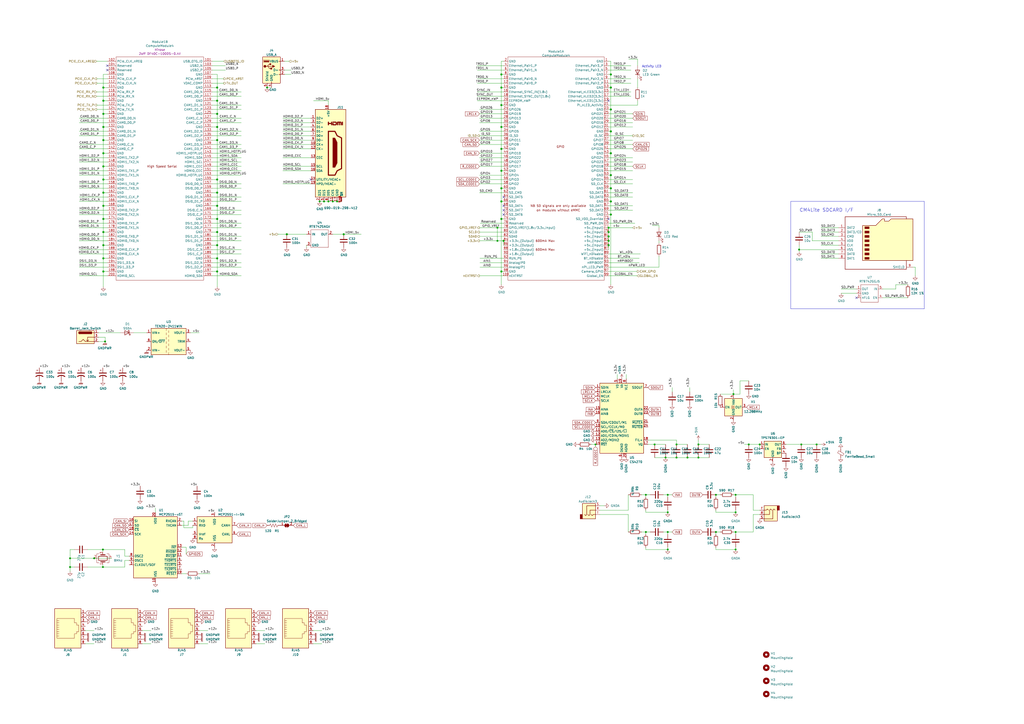
<source format=kicad_sch>
(kicad_sch (version 20230121) (generator eeschema)
  (paper "A2")
  (junction (at 193.04 116.84))
  (junction (at 290.83 60.96) (diameter 1.016))
  (junction (at 154.94 50.8))
  (junction (at 415.29 287.02))
  (junction (at 292.1 139.7) (diameter 1.016))
  (junction (at 354.33 63.5) (diameter 1.016))
  (junction (at 59.944 58.42) (diameter 1.016))
  (junction (at 387.35 287.02))
  (junction (at 59.944 127) (diameter 1.016))
  (junction (at 463.55 144.78))
  (junction (at 59.944 66.04) (diameter 1.016))
  (junction (at 59.944 119.38) (diameter 1.016))
  (junction (at 59.944 50.8) (diameter 1.016))
  (junction (at 125.984 58.42) (diameter 1.016))
  (junction (at 60.96 198.12))
  (junction (at 59.69 318.77))
  (junction (at 190.5 116.84))
  (junction (at 354.33 109.22) (diameter 1.016))
  (junction (at 353.06 132.08) (diameter 1.016))
  (junction (at 59.944 134.62) (diameter 1.016))
  (junction (at 426.72 318.77))
  (junction (at 290.83 99.06) (diameter 1.016))
  (junction (at 392.43 265.43))
  (junction (at 125.984 119.38) (diameter 1.016))
  (junction (at 387.35 308.61))
  (junction (at 125.984 73.66) (diameter 1.016))
  (junction (at 354.33 116.84) (diameter 1.016))
  (junction (at 59.944 96.52) (diameter 1.016))
  (junction (at 405.13 265.43))
  (junction (at 354.33 50.8) (diameter 1.016))
  (junction (at 426.72 287.02))
  (junction (at 398.78 265.43))
  (junction (at 125.984 149.86) (diameter 1.016))
  (junction (at 290.83 50.8) (diameter 1.016))
  (junction (at 464.82 257.81))
  (junction (at 440.69 257.81))
  (junction (at 125.984 111.76) (diameter 1.016))
  (junction (at 59.944 88.9) (diameter 1.016))
  (junction (at 185.42 116.84))
  (junction (at 59.944 104.14) (diameter 1.016))
  (junction (at 354.33 43.18) (diameter 1.016))
  (junction (at 434.34 257.81))
  (junction (at 290.83 116.84) (diameter 1.016))
  (junction (at 386.08 265.43))
  (junction (at 354.33 88.9) (diameter 1.016))
  (junction (at 187.96 116.84))
  (junction (at 374.65 308.61))
  (junction (at 125.984 50.8) (diameter 1.016))
  (junction (at 415.29 308.61))
  (junction (at 374.65 287.02))
  (junction (at 290.83 109.22) (diameter 1.016))
  (junction (at 125.984 142.24) (diameter 1.016))
  (junction (at 405.13 257.81))
  (junction (at 288.544 139.7))
  (junction (at 353.06 137.16) (diameter 1.016))
  (junction (at 473.71 257.81))
  (junction (at 345.44 257.81))
  (junction (at 125.984 81.28) (diameter 1.016))
  (junction (at 290.83 157.48) (diameter 1.016))
  (junction (at 59.944 111.76) (diameter 1.016))
  (junction (at 354.33 101.6) (diameter 1.016))
  (junction (at 425.45 228.6))
  (junction (at 40.64 323.85))
  (junction (at 290.83 127) (diameter 1.016))
  (junction (at 59.944 73.66) (diameter 1.016))
  (junction (at 392.43 257.81))
  (junction (at 354.33 124.46) (diameter 1.016))
  (junction (at 387.35 297.18))
  (junction (at 59.69 328.93))
  (junction (at 59.944 157.48) (diameter 1.016))
  (junction (at 379.73 257.81))
  (junction (at 59.944 142.24) (diameter 1.016))
  (junction (at 290.83 73.66) (diameter 1.016))
  (junction (at 125.984 104.14) (diameter 1.016))
  (junction (at 125.984 157.48) (diameter 1.016))
  (junction (at 290.83 43.18) (diameter 1.016))
  (junction (at 125.984 127) (diameter 1.016))
  (junction (at 426.72 308.61))
  (junction (at 199.39 135.89) (diameter 1.016))
  (junction (at 288.544 132.08))
  (junction (at 290.83 86.36) (diameter 1.016))
  (junction (at 387.35 318.77))
  (junction (at 353.06 142.24) (diameter 1.016))
  (junction (at 426.72 297.18))
  (junction (at 166.37 135.89) (diameter 1.016))
  (junction (at 195.58 116.84))
  (junction (at 59.944 149.86) (diameter 1.016))
  (junction (at 125.984 134.62) (diameter 1.016))
  (junction (at 125.984 66.04) (diameter 1.016))
  (junction (at 59.944 81.28) (diameter 1.016))
  (junction (at 353.06 139.7) (diameter 1.016))
  (junction (at 353.06 134.62) (diameter 1.016))
  (junction (at 354.33 76.2) (diameter 1.016))
  (junction (at 54.61 323.85))
  (junction (at 40.64 328.93))
  (no_connect (at 62.23 38.1))
  (no_connect (at 292.1 114.3))
  (no_connect (at 292.1 121.92))
  (no_connect (at 496.824 172.72))
  (no_connect (at 292.1 119.38))
  (no_connect (at 353.06 127))
  (no_connect (at 180.34 104.14))
  (no_connect (at 353.06 58.42))
  (no_connect (at 292.1 124.46))
  (no_connect (at 62.23 40.64))
  (wire (pts (xy 426.72 308.61) (xy 425.45 308.61)))
  (wire (pts (xy 367.03 111.76) (xy 353.06 111.76)))
  (wire (pts (xy 353.06 147.32) (xy 371.475 147.32)))
  (wire (pts (xy 105.41 302.26) (xy 106.68 302.26)))
  (wire (pts (xy 125.984 73.66) (xy 125.984 66.04)))
  (wire (pts (xy 434.34 257.81) (xy 440.69 257.81)))
  (wire (pts (xy 354.33 101.6) (xy 354.33 109.22)))
  (wire (pts (xy 278.13 132.08) (xy 288.544 132.08)))
  (wire (pts (xy 125.984 149.86) (xy 125.984 157.48)))
  (wire (pts (xy 123.19 48.26) (xy 129.794 48.26)))
  (wire (pts (xy 353.06 121.92) (xy 367.03 121.92)))
  (wire (pts (xy 59.944 43.18) (xy 59.944 50.8)))
  (wire (pts (xy 353.06 60.96) (xy 369.824 60.96)))
  (wire (pts (xy 109.22 304.8) (xy 109.22 302.26)))
  (wire (pts (xy 278.13 160.02) (xy 292.1 160.02)))
  (wire (pts (xy 59.944 58.42) (xy 62.23 58.42)))
  (wire (pts (xy 139.954 132.08) (xy 123.19 132.08)))
  (wire (pts (xy 123.19 160.02) (xy 139.954 160.02)))
  (wire (pts (xy 278.13 76.2) (xy 292.1 76.2)))
  (wire (pts (xy 72.39 318.77) (xy 59.69 318.77)))
  (wire (pts (xy 59.944 149.86) (xy 59.944 157.48)))
  (wire (pts (xy 278.13 81.28) (xy 292.1 81.28)))
  (wire (pts (xy 62.23 68.58) (xy 45.974 68.58)))
  (wire (pts (xy 111.76 306.07) (xy 111.76 304.8)))
  (wire (pts (xy 276.86 40.64) (xy 292.1 40.64)))
  (wire (pts (xy 110.49 193.04) (xy 115.57 193.04)))
  (wire (pts (xy 90.17 294.64) (xy 90.17 297.18)))
  (wire (pts (xy 123.19 114.3) (xy 139.954 114.3)))
  (wire (pts (xy 426.72 288.29) (xy 426.72 287.02)))
  (wire (pts (xy 62.23 129.54) (xy 45.974 129.54)))
  (wire (pts (xy 54.61 373.38) (xy 49.53 373.38)))
  (wire (pts (xy 56.134 45.72) (xy 62.23 45.72)))
  (wire (pts (xy 434.34 220.98) (xy 429.26 220.98)))
  (wire (pts (xy 353.06 142.24) (xy 353.06 144.78)))
  (wire (pts (xy 123.19 71.12) (xy 139.954 71.12)))
  (wire (pts (xy 476.25 134.62) (xy 486.41 134.62)))
  (wire (pts (xy 290.83 157.48) (xy 290.83 165.1)))
  (wire (pts (xy 353.06 134.62) (xy 353.06 137.16)))
  (wire (pts (xy 353.06 38.1) (xy 366.014 38.1)))
  (wire (pts (xy 62.23 144.78) (xy 45.974 144.78)))
  (wire (pts (xy 374.65 297.18) (xy 387.35 297.18)))
  (wire (pts (xy 347.98 298.45) (xy 364.49 298.45)))
  (wire (pts (xy 471.17 139.7) (xy 471.17 134.62)))
  (wire (pts (xy 190.5 116.84) (xy 193.04 116.84)))
  (wire (pts (xy 139.954 129.54) (xy 123.19 129.54)))
  (wire (pts (xy 45.974 109.22) (xy 62.23 109.22)))
  (wire (pts (xy 392.43 255.27) (xy 392.43 257.81)))
  (wire (pts (xy 353.06 93.98) (xy 367.03 93.98)))
  (wire (pts (xy 354.33 116.84) (xy 354.33 124.46)))
  (wire (pts (xy 123.19 73.66) (xy 125.984 73.66)))
  (wire (pts (xy 353.06 132.08) (xy 353.06 134.62)))
  (wire (pts (xy 45.974 99.06) (xy 62.23 99.06)))
  (wire (pts (xy 375.92 257.81) (xy 379.73 257.81)))
  (wire (pts (xy 455.93 257.81) (xy 464.82 257.81)))
  (wire (pts (xy 426.72 309.88) (xy 426.72 308.61)))
  (wire (pts (xy 62.23 157.48) (xy 59.944 157.48)))
  (wire (pts (xy 278.13 134.62) (xy 292.1 134.62)))
  (wire (pts (xy 109.22 302.26) (xy 111.76 302.26)))
  (wire (pts (xy 476.25 149.86) (xy 486.41 149.86)))
  (wire (pts (xy 353.06 40.64) (xy 366.014 40.64)))
  (wire (pts (xy 190.5 58.42) (xy 190.5 60.96)))
  (wire (pts (xy 290.83 86.36) (xy 290.83 99.06)))
  (wire (pts (xy 276.86 48.26) (xy 292.1 48.26)))
  (wire (pts (xy 59.944 81.28) (xy 59.944 88.9)))
  (wire (pts (xy 342.9 257.81) (xy 345.44 257.81)))
  (wire (pts (xy 72.39 325.12) (xy 72.39 328.93)))
  (wire (pts (xy 387.35 308.61) (xy 387.35 309.88)))
  (wire (pts (xy 369.824 45.72) (xy 369.824 50.8)))
  (wire (pts (xy 77.47 193.04) (xy 85.09 193.04)))
  (wire (pts (xy 353.06 81.28) (xy 367.03 81.28)))
  (wire (pts (xy 519.684 165.1) (xy 519.684 167.64)))
  (wire (pts (xy 40.64 318.77) (xy 43.18 318.77)))
  (wire (pts (xy 415.29 297.18) (xy 426.72 297.18)))
  (wire (pts (xy 353.06 73.66) (xy 367.03 73.66)))
  (wire (pts (xy 426.72 318.77) (xy 426.72 317.5)))
  (wire (pts (xy 123.19 76.2) (xy 139.954 76.2)))
  (wire (pts (xy 45.974 121.92) (xy 62.23 121.92)))
  (wire (pts (xy 164.084 81.28) (xy 180.34 81.28)))
  (wire (pts (xy 417.83 228.6) (xy 425.45 228.6)))
  (wire (pts (xy 62.23 71.12) (xy 45.974 71.12)))
  (wire (pts (xy 139.954 137.16) (xy 123.19 137.16)))
  (wire (pts (xy 288.544 132.08) (xy 288.544 139.7)))
  (wire (pts (xy 123.19 104.14) (xy 125.984 104.14)))
  (wire (pts (xy 45.974 137.16) (xy 62.23 137.16)))
  (wire (pts (xy 290.83 86.36) (xy 292.1 86.36)))
  (wire (pts (xy 72.39 328.93) (xy 59.69 328.93)))
  (wire (pts (xy 56.134 60.96) (xy 62.23 60.96)))
  (wire (pts (xy 125.984 81.28) (xy 125.984 73.66)))
  (wire (pts (xy 193.04 135.89) (xy 199.39 135.89)))
  (wire (pts (xy 278.384 154.94) (xy 292.1 154.94)))
  (wire (pts (xy 382.27 132.08) (xy 382.27 130.81)))
  (wire (pts (xy 353.06 152.4) (xy 370.84 152.4)))
  (wire (pts (xy 164.084 106.68) (xy 180.34 106.68)))
  (wire (pts (xy 74.93 325.12) (xy 72.39 325.12)))
  (wire (pts (xy 164.084 86.36) (xy 180.34 86.36)))
  (wire (pts (xy 290.83 50.8) (xy 290.83 60.96)))
  (wire (pts (xy 363.22 217.17) (xy 363.22 219.71)))
  (wire (pts (xy 123.19 157.48) (xy 125.984 157.48)))
  (wire (pts (xy 476.25 137.16) (xy 486.41 137.16)))
  (wire (pts (xy 123.19 149.86) (xy 125.984 149.86)))
  (wire (pts (xy 123.19 68.58) (xy 139.954 68.58)))
  (wire (pts (xy 59.944 96.52) (xy 59.944 104.14)))
  (wire (pts (xy 45.974 152.4) (xy 62.23 152.4)))
  (wire (pts (xy 161.29 135.89) (xy 166.37 135.89)))
  (wire (pts (xy 415.29 297.18) (xy 415.29 295.91)))
  (wire (pts (xy 125.984 142.24) (xy 125.984 149.86)))
  (wire (pts (xy 87.63 373.38) (xy 82.55 373.38)))
  (wire (pts (xy 186.69 365.76) (xy 181.61 365.76)))
  (wire (pts (xy 353.06 68.58) (xy 367.03 68.58)))
  (wire (pts (xy 123.19 134.62) (xy 125.984 134.62)))
  (wire (pts (xy 62.23 78.74) (xy 45.974 78.74)))
  (wire (pts (xy 59.69 328.93) (xy 59.69 327.66)))
  (wire (pts (xy 123.19 99.06) (xy 139.954 99.06)))
  (wire (pts (xy 387.35 297.18) (xy 387.35 295.91)))
  (wire (pts (xy 417.83 308.61) (xy 415.29 308.61)))
  (wire (pts (xy 354.33 109.22) (xy 354.33 116.84)))
  (wire (pts (xy 62.23 55.88) (xy 56.134 55.88)))
  (wire (pts (xy 59.944 127) (xy 62.23 127)))
  (wire (pts (xy 530.86 160.02) (xy 530.86 154.94)))
  (wire (pts (xy 353.06 137.16) (xy 353.06 139.7)))
  (wire (pts (xy 59.944 88.9) (xy 62.23 88.9)))
  (wire (pts (xy 125.984 157.48) (xy 125.984 166.37)))
  (wire (pts (xy 353.06 86.36) (xy 367.03 86.36)))
  (wire (pts (xy 405.13 255.27) (xy 405.13 257.81)))
  (wire (pts (xy 123.19 81.28) (xy 125.984 81.28)))
  (wire (pts (xy 107.95 317.5) (xy 105.41 317.5)))
  (wire (pts (xy 59.944 73.66) (xy 59.944 81.28)))
  (wire (pts (xy 369.824 60.96) (xy 369.824 58.42)))
  (wire (pts (xy 125.984 104.14) (xy 125.984 111.76)))
  (wire (pts (xy 353.06 88.9) (xy 354.33 88.9)))
  (wire (pts (xy 425.45 226.06) (xy 425.45 228.6)))
  (wire (pts (xy 139.954 55.88) (xy 123.19 55.88)))
  (wire (pts (xy 59.944 111.76) (xy 59.944 119.38)))
  (wire (pts (xy 59.944 157.48) (xy 59.944 166.37)))
  (wire (pts (xy 463.55 144.78) (xy 463.55 146.05)))
  (wire (pts (xy 123.19 40.64) (xy 130.81 40.64)))
  (wire (pts (xy 123.19 45.72) (xy 129.794 45.72)))
  (wire (pts (xy 123.19 147.32) (xy 139.954 147.32)))
  (wire (pts (xy 87.63 365.76) (xy 82.55 365.76)))
  (wire (pts (xy 153.67 365.76) (xy 148.59 365.76)))
  (wire (pts (xy 139.954 109.22) (xy 123.19 109.22)))
  (wire (pts (xy 415.29 318.77) (xy 426.72 318.77)))
  (wire (pts (xy 139.954 63.5) (xy 123.19 63.5)))
  (wire (pts (xy 123.19 88.9) (xy 139.954 88.9)))
  (wire (pts (xy 139.954 86.36) (xy 123.19 86.36)))
  (wire (pts (xy 431.8 257.81) (xy 434.34 257.81)))
  (wire (pts (xy 369.824 38.1) (xy 369.824 34.29)))
  (wire (pts (xy 364.49 298.45) (xy 364.49 308.61)))
  (wire (pts (xy 276.86 45.72) (xy 292.1 45.72)))
  (wire (pts (xy 123.19 58.42) (xy 125.984 58.42)))
  (wire (pts (xy 382.27 139.7) (xy 382.27 140.97)))
  (wire (pts (xy 107.95 332.74) (xy 105.41 332.74)))
  (wire (pts (xy 59.944 119.38) (xy 62.23 119.38)))
  (wire (pts (xy 120.65 365.76) (xy 115.57 365.76)))
  (wire (pts (xy 292.1 35.56) (xy 290.83 35.56)))
  (wire (pts (xy 40.64 328.93) (xy 43.18 328.93)))
  (wire (pts (xy 125.984 111.76) (xy 125.984 119.38)))
  (wire (pts (xy 353.06 154.94) (xy 382.27 154.94)))
  (wire (pts (xy 429.26 220.98) (xy 429.26 228.6)))
  (wire (pts (xy 59.944 142.24) (xy 62.23 142.24)))
  (wire (pts (xy 123.19 152.4) (xy 139.954 152.4)))
  (wire (pts (xy 123.19 78.74) (xy 139.954 78.74)))
  (wire (pts (xy 278.384 152.4) (xy 292.1 152.4)))
  (wire (pts (xy 440.69 298.45) (xy 436.88 298.45)))
  (wire (pts (xy 382.27 148.59) (xy 382.27 154.94)))
  (wire (pts (xy 374.65 317.5) (xy 374.65 318.77)))
  (wire (pts (xy 106.68 306.07) (xy 111.76 306.07)))
  (wire (pts (xy 382.27 130.81) (xy 378.46 130.81)))
  (wire (pts (xy 177.8 142.24) (xy 177.8 143.51)))
  (wire (pts (xy 62.23 116.84) (xy 45.974 116.84)))
  (wire (pts (xy 278.13 104.14) (xy 292.1 104.14)))
  (wire (pts (xy 123.19 111.76) (xy 125.984 111.76)))
  (wire (pts (xy 345.44 257.81) (xy 345.44 259.08)))
  (wire (pts (xy 353.06 116.84) (xy 354.33 116.84)))
  (wire (pts (xy 387.35 308.61) (xy 389.89 308.61)))
  (wire (pts (xy 278.13 93.98) (xy 292.1 93.98)))
  (wire (pts (xy 54.61 323.85) (xy 64.77 323.85)))
  (wire (pts (xy 276.86 58.42) (xy 292.1 58.42)))
  (wire (pts (xy 290.83 60.96) (xy 292.1 60.96)))
  (wire (pts (xy 167.64 35.56) (xy 165.1 35.56)))
  (wire (pts (xy 290.83 73.66) (xy 292.1 73.66)))
  (wire (pts (xy 353.06 132.08) (xy 367.03 132.08)))
  (wire (pts (xy 105.41 304.8) (xy 109.22 304.8)))
  (wire (pts (xy 387.35 287.02) (xy 389.89 287.02)))
  (wire (pts (xy 353.06 104.14) (xy 367.03 104.14)))
  (wire (pts (xy 45.974 83.82) (xy 62.23 83.82)))
  (wire (pts (xy 364.49 287.02) (xy 364.49 295.91)))
  (wire (pts (xy 139.954 53.34) (xy 123.19 53.34)))
  (wire (pts (xy 168.91 43.18) (xy 165.1 43.18)))
  (wire (pts (xy 353.06 35.56) (xy 354.33 35.56)))
  (wire (pts (xy 440.69 295.91) (xy 436.88 295.91)))
  (wire (pts (xy 139.954 106.68) (xy 123.19 106.68)))
  (wire (pts (xy 139.954 139.7) (xy 123.19 139.7)))
  (wire (pts (xy 123.19 91.44) (xy 139.954 91.44)))
  (wire (pts (xy 292.1 43.18) (xy 290.83 43.18)))
  (wire (pts (xy 278.13 101.6) (xy 292.1 101.6)))
  (wire (pts (xy 288.544 139.7) (xy 292.1 139.7)))
  (wire (pts (xy 45.974 86.36) (xy 62.23 86.36)))
  (wire (pts (xy 436.88 295.91) (xy 436.88 287.02)))
  (wire (pts (xy 125.984 119.38) (xy 125.984 127)))
  (wire (pts (xy 40.64 318.77) (xy 40.64 323.85)))
  (wire (pts (xy 354.33 88.9) (xy 354.33 101.6)))
  (wire (pts (xy 45.974 154.94) (xy 62.23 154.94)))
  (wire (pts (xy 278.13 139.7) (xy 288.544 139.7)))
  (wire (pts (xy 354.33 63.5) (xy 354.33 76.2)))
  (wire (pts (xy 199.39 135.89) (xy 209.55 135.89)))
  (wire (pts (xy 50.8 318.77) (xy 59.69 318.77)))
  (wire (pts (xy 59.944 119.38) (xy 59.944 127)))
  (wire (pts (xy 354.33 124.46) (xy 354.33 165.1)))
  (wire (pts (xy 45.974 101.6) (xy 62.23 101.6)))
  (polyline (pts (xy 536.194 179.07) (xy 458.724 179.07)) (stroke (width 0) (type solid)))
  (wire (pts (xy 374.65 287.02) (xy 374.65 288.29)))
  (wire (pts (xy 123.19 50.8) (xy 125.984 50.8)))
  (wire (pts (xy 56.134 63.5) (xy 62.23 63.5)))
  (wire (pts (xy 164.084 91.44) (xy 180.34 91.44)))
  (wire (pts (xy 354.33 43.18) (xy 354.33 50.8)))
  (wire (pts (xy 278.13 137.16) (xy 292.1 137.16)))
  (wire (pts (xy 476.25 147.32) (xy 486.41 147.32)))
  (wire (pts (xy 405.13 265.43) (xy 411.48 265.43)))
  (wire (pts (xy 476.25 132.08) (xy 486.41 132.08)))
  (wire (pts (xy 353.06 43.18) (xy 354.33 43.18)))
  (wire (pts (xy 353.06 45.72) (xy 366.014 45.72)))
  (wire (pts (xy 123.19 93.98) (xy 139.954 93.98)))
  (wire (pts (xy 384.81 308.61) (xy 387.35 308.61)))
  (wire (pts (xy 45.974 93.98) (xy 62.23 93.98)))
  (wire (pts (xy 54.61 365.76) (xy 49.53 365.76)))
  (wire (pts (xy 379.73 265.43) (xy 386.08 265.43)))
  (wire (pts (xy 123.19 121.92) (xy 139.954 121.92)))
  (wire (pts (xy 59.944 134.62) (xy 59.944 142.24)))
  (wire (pts (xy 154.94 50.8) (xy 157.48 50.8)))
  (wire (pts (xy 353.06 63.5) (xy 354.33 63.5)))
  (wire (pts (xy 59.944 66.04) (xy 62.23 66.04)))
  (wire (pts (xy 166.37 135.89) (xy 177.8 135.89)))
  (wire (pts (xy 374.65 295.91) (xy 374.65 297.18)))
  (wire (pts (xy 59.944 134.62) (xy 62.23 134.62)))
  (wire (pts (xy 353.06 101.6) (xy 354.33 101.6)))
  (wire (pts (xy 106.68 302.26) (xy 106.68 306.07)))
  (wire (pts (xy 415.29 309.88) (xy 415.29 308.61)))
  (wire (pts (xy 367.03 119.38) (xy 353.06 119.38)))
  (wire (pts (xy 187.96 116.84) (xy 190.5 116.84)))
  (wire (pts (xy 379.73 257.81) (xy 386.08 257.81)))
  (wire (pts (xy 276.86 38.1) (xy 292.1 38.1)))
  (wire (pts (xy 372.11 287.02) (xy 374.65 287.02)))
  (wire (pts (xy 290.83 60.96) (xy 290.83 73.66)))
  (wire (pts (xy 168.91 40.64) (xy 165.1 40.64)))
  (wire (pts (xy 374.65 318.77) (xy 387.35 318.77)))
  (wire (pts (xy 353.06 109.22) (xy 354.33 109.22)))
  (wire (pts (xy 496.824 167.64) (xy 487.934 167.64)))
  (wire (pts (xy 59.944 88.9) (xy 59.944 96.52)))
  (wire (pts (xy 278.384 149.86) (xy 292.1 149.86)))
  (wire (pts (xy 354.33 50.8) (xy 354.33 63.5)))
  (wire (pts (xy 278.13 63.5) (xy 292.1 63.5)))
  (wire (pts (xy 292.1 50.8) (xy 290.83 50.8)))
  (wire (pts (xy 62.23 53.34) (xy 56.134 53.34)))
  (wire (pts (xy 278.13 66.04) (xy 292.1 66.04)))
  (wire (pts (xy 125.984 43.18) (xy 123.19 43.18)))
  (wire (pts (xy 387.35 318.77) (xy 387.35 317.5)))
  (wire (pts (xy 526.669 165.1) (xy 519.684 165.1)))
  (wire (pts (xy 367.03 106.68) (xy 353.06 106.68)))
  (wire (pts (xy 290.83 73.66) (xy 290.83 86.36)))
  (wire (pts (xy 353.06 157.48) (xy 369.57 157.48)))
  (wire (pts (xy 436.88 308.61) (xy 426.72 308.61)))
  (wire (pts (xy 123.19 38.1) (xy 130.81 38.1)))
  (wire (pts (xy 436.88 287.02) (xy 426.72 287.02)))
  (wire (pts (xy 50.8 328.93) (xy 59.69 328.93)))
  (wire (pts (xy 530.86 154.94) (xy 529.59 154.94)))
  (wire (pts (xy 290.83 127) (xy 292.1 127)))
  (wire (pts (xy 45.974 139.7) (xy 62.23 139.7)))
  (wire (pts (xy 120.65 373.38) (xy 115.57 373.38)))
  (wire (pts (xy 45.974 106.68) (xy 62.23 106.68)))
  (wire (pts (xy 125.984 58.42) (xy 125.984 50.8)))
  (wire (pts (xy 353.06 48.26) (xy 366.014 48.26)))
  (wire (pts (xy 164.084 99.06) (xy 180.34 99.06)))
  (wire (pts (xy 353.06 66.04) (xy 367.03 66.04)))
  (wire (pts (xy 473.71 257.81) (xy 476.25 257.81)))
  (wire (pts (xy 464.82 257.81) (xy 473.71 257.81)))
  (wire (pts (xy 290.83 35.56) (xy 290.83 43.18)))
  (wire (pts (xy 384.81 287.02) (xy 387.35 287.02)))
  (wire (pts (xy 139.954 83.82) (xy 123.19 83.82)))
  (wire (pts (xy 354.33 76.2) (xy 354.33 88.9)))
  (wire (pts (xy 123.19 101.6) (xy 139.954 101.6)))
  (wire (pts (xy 59.944 50.8) (xy 62.23 50.8)))
  (wire (pts (xy 377.19 287.02) (xy 374.65 287.02)))
  (wire (pts (xy 45.974 124.46) (xy 62.23 124.46)))
  (wire (pts (xy 62.23 76.2) (xy 45.974 76.2)))
  (wire (pts (xy 353.06 129.54) (xy 368.3 129.54)))
  (wire (pts (xy 56.134 35.56) (xy 62.23 35.56)))
  (wire (pts (xy 353.06 160.02) (xy 369.57 160.02)))
  (wire (pts (xy 195.58 116.84) (xy 198.12 116.84)))
  (wire (pts (xy 353.06 55.88) (xy 366.014 55.88)))
  (wire (pts (xy 290.83 43.18) (xy 290.83 50.8)))
  (wire (pts (xy 512.064 172.72) (xy 526.669 172.72)))
  (wire (pts (xy 59.944 66.04) (xy 59.944 73.66)))
  (wire (pts (xy 164.084 96.52) (xy 180.34 96.52)))
  (wire (pts (xy 392.43 257.81) (xy 398.78 257.81)))
  (wire (pts (xy 278.13 91.44) (xy 292.1 91.44)))
  (wire (pts (xy 290.83 109.22) (xy 290.83 116.84)))
  (wire (pts (xy 512.064 167.64) (xy 519.684 167.64)))
  (wire (pts (xy 415.29 288.29) (xy 415.29 287.02)))
  (wire (pts (xy 72.39 322.58) (xy 72.39 318.77)))
  (wire (pts (xy 426.72 297.18) (xy 426.72 295.91)))
  (wire (pts (xy 125.984 127) (xy 125.984 134.62)))
  (wire (pts (xy 290.83 99.06) (xy 292.1 99.06)))
  (wire (pts (xy 405.13 257.81) (xy 411.48 257.81)))
  (wire (pts (xy 74.93 322.58) (xy 72.39 322.58)))
  (wire (pts (xy 123.19 127) (xy 125.984 127)))
  (wire (pts (xy 463.55 134.62) (xy 471.17 134.62)))
  (wire (pts (xy 59.944 73.66) (xy 62.23 73.66)))
  (wire (pts (xy 164.084 76.2) (xy 180.34 76.2)))
  (polyline (pts (xy 458.724 179.07) (xy 458.724 116.84)) (stroke (width 0) (type solid)))
  (wire (pts (xy 476.25 142.24) (xy 486.41 142.24)))
  (wire (pts (xy 123.19 66.04) (xy 125.984 66.04)))
  (wire (pts (xy 415.29 318.77) (xy 415.29 317.5)))
  (wire (pts (xy 353.06 50.8) (xy 354.33 50.8)))
  (wire (pts (xy 353.06 91.44) (xy 367.03 91.44)))
  (wire (pts (xy 153.67 373.38) (xy 148.59 373.38)))
  (wire (pts (xy 353.06 124.46) (xy 354.33 124.46)))
  (wire (pts (xy 60.96 195.58) (xy 57.15 195.58)))
  (wire (pts (xy 59.944 127) (xy 59.944 134.62)))
  (wire (pts (xy 59.944 81.28) (xy 62.23 81.28)))
  (wire (pts (xy 164.084 71.12) (xy 180.34 71.12)))
  (wire (pts (xy 40.64 323.85) (xy 40.64 328.93)))
  (wire (pts (xy 164.084 83.82) (xy 180.34 83.82)))
  (wire (pts (xy 375.92 255.27) (xy 392.43 255.27)))
  (wire (pts (xy 164.084 73.66) (xy 180.34 73.66)))
  (polyline (pts (xy 458.724 116.84) (xy 536.194 116.84)) (stroke (width 0) (type solid)))
  (wire (pts (xy 129.794 35.56) (xy 123.19 35.56)))
  (wire (pts (xy 125.984 81.28) (xy 125.984 104.14)))
  (wire (pts (xy 429.26 228.6) (xy 425.45 228.6)))
  (wire (pts (xy 40.64 328.93) (xy 40.64 331.47)))
  (wire (pts (xy 56.134 48.26) (xy 62.23 48.26)))
  (wire (pts (xy 426.72 287.02) (xy 425.45 287.02)))
  (wire (pts (xy 392.43 265.43) (xy 398.78 265.43)))
  (wire (pts (xy 59.69 318.77) (xy 59.69 320.04)))
  (wire (pts (xy 193.04 116.84) (xy 195.58 116.84)))
  (wire (pts (xy 350.52 293.37) (xy 347.98 293.37)))
  (wire (pts (xy 358.14 217.17) (xy 358.14 219.71)))
  (wire (pts (xy 377.19 308.61) (xy 374.65 308.61)))
  (wire (pts (xy 278.13 71.12) (xy 292.1 71.12)))
  (wire (pts (xy 139.954 60.96) (xy 123.19 60.96)))
  (wire (pts (xy 278.5872 129.54) (xy 292.1 129.54)))
  (wire (pts (xy 354.33 35.56) (xy 354.33 43.18)))
  (wire (pts (xy 278.13 96.52) (xy 292.1 96.52)))
  (wire (pts (xy 185.42 116.84) (xy 187.96 116.84)))
  (wire (pts (xy 45.974 160.02) (xy 62.23 160.02)))
  (wire (pts (xy 40.64 323.85) (xy 54.61 323.85)))
  (wire (pts (xy 59.944 142.24) (xy 59.944 149.86)))
  (wire (pts (xy 290.83 99.06) (xy 290.83 109.22)))
  (wire (pts (xy 123.19 96.52) (xy 139.954 96.52)))
  (wire (pts (xy 290.83 109.22) (xy 292.1 109.22)))
  (wire (pts (xy 59.944 96.52) (xy 62.23 96.52)))
  (wire (pts (xy 59.944 104.14) (xy 62.23 104.14)))
  (wire (pts (xy 123.19 119.38) (xy 125.984 119.38)))
  (wire (pts (xy 123.19 124.46) (xy 139.954 124.46)))
  (wire (pts (xy 59.944 58.42) (xy 59.944 66.04)))
  (wire (pts (xy 353.06 96.52) (xy 367.03 96.52)))
  (wire (pts (xy 386.08 265.43) (xy 392.43 265.43)))
  (wire (pts (xy 463.55 144.78) (xy 486.41 144.78)))
  (wire (pts (xy 181.864 58.42) (xy 190.5 58.42)))
  (wire (pts (xy 353.06 76.2) (xy 354.33 76.2)))
  (wire (pts (xy 278.13 106.68) (xy 292.1 106.68)))
  (wire (pts (xy 57.15 193.04) (xy 69.85 193.04)))
  (wire (pts (xy 292.1 142.24) (xy 292.1 139.7)))
  (wire (pts (xy 288.544 132.08) (xy 292.1 132.08)))
  (wire (pts (xy 387.35 287.02) (xy 387.35 288.29)))
  (wire (pts (xy 121.92 332.74) (xy 115.57 332.74)))
  (polyline (pts (xy 536.194 116.84) (xy 536.194 179.07)) (stroke (width 0) (type solid)))
  (wire (pts (xy 276.86 53.34) (xy 292.1 53.34)))
  (wire (pts (xy 353.06 78.74) (xy 367.03 78.74)))
  (wire (pts (xy 123.19 142.24) (xy 125.984 142.24)))
  (wire (pts (xy 62.23 149.86) (xy 59.944 149.86)))
  (wire (pts (xy 164.084 68.58) (xy 180.34 68.58)))
  (wire (pts (xy 398.78 265.43) (xy 405.13 265.43)))
  (wire (pts (xy 125.984 66.04) (xy 125.984 58.42)))
  (wire (pts (xy 278.13 68.58) (xy 292.1 68.58)))
  (wire (pts (xy 417.83 287.02) (xy 415.29 287.02)))
  (wire (pts (xy 440.69 257.81) (xy 440.69 260.35)))
  (wire (pts (xy 59.944 111.76) (xy 62.23 111.76)))
  (wire (pts (xy 353.06 53.34) (xy 366.014 53.34)))
  (wire (pts (xy 353.06 99.06) (xy 367.03 99.06)))
  (wire (pts (xy 62.23 114.3) (xy 45.974 114.3)))
  (wire (pts (xy 60.96 198.12) (xy 57.15 198.12)))
  (wire (pts (xy 123.19 144.78) (xy 139.954 144.78)))
  (wire (pts (xy 292.1 157.48) (xy 290.83 157.48)))
  (wire (pts (xy 364.744 34.29) (xy 369.824 34.29)))
  (wire (pts (xy 278.13 78.74) (xy 292.1 78.74)))
  (wire (pts (xy 278.13 88.9) (xy 292.1 88.9)))
  (wire (pts (xy 290.83 127) (xy 290.83 157.48)))
  (wire (pts (xy 347.98 295.91) (xy 364.49 295.91)))
  (wire (pts (xy 59.944 104.14) (xy 59.944 111.76)))
  (wire (pts (xy 463.55 142.24) (xy 463.55 144.78)))
  (wire (pts (xy 400.05 224.79) (xy 400.05 227.33)))
  (wire (pts (xy 353.06 139.7) (xy 353.06 142.24)))
  (wire (pts (xy 62.23 43.18) (xy 59.944 43.18)))
  (wire (pts (xy 353.06 114.3) (xy 367.03 114.3)))
  (wire (pts (xy 278.13 111.76) (xy 292.1 111.76)))
  (wire (pts (xy 123.19 154.94) (xy 139.954 154.94)))
  (wire (pts (xy 471.17 139.7) (xy 486.41 139.7)))
  (wire (pts (xy 372.11 308.61) (xy 374.65 308.61)))
  (wire (pts (xy 353.06 71.12) (xy 367.03 71.12)))
  (wire (pts (xy 389.89 224.79) (xy 389.89 227.33)))
  (wire (pts (xy 59.944 50.8) (xy 59.944 58.42)))
  (wire (pts (xy 276.86 55.88) (xy 292.1 55.88)))
  (wire (pts (xy 353.06 83.82) (xy 367.03 83.82)))
  (wire (pts (xy 374.65 308.61) (xy 374.65 309.88)))
  (wire (pts (xy 186.69 373.38) (xy 181.61 373.38)))
  (wire (pts (xy 164.084 78.74) (xy 180.34 78.74)))
  (wire (pts (xy 125.984 134.62) (xy 125.984 142.24)))
  (wire (pts (xy 123.19 116.84) (xy 139.954 116.84)))
  (wire (pts (xy 436.88 298.45) (xy 436.88 308.61)))
  (wire (pts (xy 290.83 116.84) (xy 290.83 127)))
  (wire (pts (xy 45.974 91.44) (xy 62.23 91.44)))
  (wire (pts (xy 62.23 132.08) (xy 45.974 132.08)))
  (wire (pts (xy 290.83 116.84) (xy 292.1 116.84)))
  (wire (pts (xy 278.13 83.82) (xy 292.1 83.82)))
  (wire (pts (xy 107.95 321.31) (xy 107.95 317.5)))
  (wire (pts (xy 125.984 50.8) (xy 125.984 43.18)))
  (wire (pts (xy 353.06 149.86) (xy 370.84 149.86)))
  (wire (pts (xy 60.96 195.58) (xy 60.96 198.12)))
  (wire (pts (xy 62.23 147.32) (xy 45.974 147.32)))
  (wire (pts (xy 496.824 170.18) (xy 487.934 170.18)))
  (text "CM4Lite SDCARD I/F" (at 463.804 123.19 0) (effects (font (size 2.007 2.007)) (justify left bottom)))
  (text "Activity LED" (at 372.364 39.37 0) (effects (font (size 1.27 1.27)) (justify left bottom)))
  (label "USBD_N" (at 130.81 38.1 0))
  (label "DSI0_D1_N" (at 127.254 114.3 0))
  (label "DSI1_D3_P" (at 45.974 154.94 0))
  (label "SD_PWR_ON" (at 513.334 172.72 0))
  (label "GPIO27" (at 285.75 93.98 180))
  (label "TRD3_N" (at 355.854 40.64 0))
  (label "SD_CMD" (at 285.75 111.76 180))
  (label "HDMI1_D1_N" (at 45.974 101.6 0))
  (label "HDMI1_D0_N" (at 45.974 109.22 0))
  (label "USBD_P" (at 168.91 40.64 0))
  (label "HDMI0_CK_N" (at 164.084 86.36 0))
  (label "SD_DAT2" (at 476.25 132.08 0))
  (label "SD_PWR" (at 487.934 167.64 0))
  (label "HDMI_5v" (at 208.28 135.89 180))
  (label "HDMI0_D1_P" (at 164.084 73.66 0))
  (label "+12v" (at 46.99 213.36 0))
  (label "+5v" (at 124.46 297.18 180))
  (label "HDMI1_D2_P" (at 45.974 91.44 0))
  (label "CAM0_D0_P" (at 57.404 71.12 180))
  (label "+12v" (at 35.56 213.36 0))
  (label "HDMI0_CEC" (at 127.254 99.06 0))
  (label "TRD1_N" (at 283.21 40.64 180))
  (label "CAM0_D1_N" (at 57.404 76.2 180))
  (label "GPIO25" (at 363.22 86.36 180))
  (label "CAM0_C_N" (at 45.974 83.82 0))
  (label "WL_nDis" (at 367.03 147.32 180))
  (label "HDMI0_SDA" (at 164.084 99.06 0))
  (label "DSI0_D0_P" (at 137.414 109.22 180))
  (label "CAM1_D1_P" (at 138.049 63.5 180))
  (label "TRD0_P" (at 283.21 48.26 180))
  (label "GPIO23" (at 363.22 93.98 180))
  (label "GPIO26" (at 285.75 63.5 180))
  (label "HDMI0_SCL" (at 164.084 96.52 0))
  (label "+5v" (at 115.57 193.04 180))
  (label "HDMI0_CK_P" (at 164.084 83.82 0))
  (label "SYNC_OUT" (at 286.004 55.88 180))
  (label "HDMI0_D1_N" (at 164.084 76.2 0))
  (label "CAM1_D2_P" (at 127.254 78.74 0))
  (label "GPIO17" (at 285.75 96.52 180))
  (label "USBD_P" (at 130.81 40.64 0))
  (label "HDMI0_D2_P" (at 164.084 68.58 0))
  (label "DSI1_D3_N" (at 45.974 152.4 0))
  (label "SD_DAT3" (at 476.25 134.62 0))
  (label "SD_DAT0" (at 364.49 114.3 180))
  (label "HDMI0_D0_N" (at 45.974 139.7 0))
  (label "CAM0_C_P" (at 45.974 86.36 0))
  (label "SD_CLK" (at 363.22 106.68 180))
  (label "DSI1_C_N" (at 127.254 144.78 0))
  (label "AIN1" (at 284.734 152.4 180))
  (label "CAM1_D0_P" (at 138.049 55.88 180))
  (label "HDMI0_HOTPLUG" (at 127.254 101.6 0))
  (label "GPIO9" (at 284.48 83.82 180))
  (label "+5v" (at 431.8 257.81 180))
  (label "HDMI1_D1_P" (at 45.974 99.06 0))
  (label "SD_DAT1" (at 476.25 149.86 0))
  (label "HDMI1_SCL" (at 127.254 93.98 0))
  (label "DSI1_C_P" (at 127.254 147.32 0))
  (label "HDMI0_CK_N" (at 57.404 147.32 180))
  (label "GPIO12" (at 363.22 73.66 180))
  (label "DSI1_D2_P" (at 127.254 154.94 0))
  (label "HDMI0_HOTPLUG" (at 164.084 106.68 0))
  (label "GPIO21" (at 363.22 66.04 180))
  (label "CAM1_C_N" (at 127.254 68.58 0))
  (label "GPIO19" (at 285.75 66.04 180))
  (label "HDMI_5v" (at 183.134 58.42 0))
  (label "CAM1_D2_N" (at 127.254 76.2 0))
  (label "HDMI0_D0_P" (at 164.084 78.74 0))
  (label "+3.3v" (at 363.22 217.17 90))
  (label "GPIO_VREF" (at 279.654 132.08 0))
  (label "EEPROM_nWP" (at 289.052 58.42 180))
  (label "TRD0_N" (at 283.21 45.72 180))
  (label "GPIO3" (at 284.48 104.14 180))
  (label "HDMI0_D1_P" (at 57.404 129.54 180))
  (label "+3.3v" (at 425.45 226.06 90))
  (label "+3.3v" (at 382.27 130.81 180))
  (label "+3.3v" (at 286.004 139.7 180))
  (label "DSI0_C_N" (at 127.254 121.92 0))
  (label "+12v" (at 54.61 373.38 0))
  (label "+12v" (at 22.86 213.36 0))
  (label "GPIO24" (at 363.22 91.44 180))
  (label "ID_SD" (at 284.48 78.74 180))
  (label "GPIO11" (at 285.75 81.28 180))
  (label "SD_DAT2" (at 364.49 121.92 180))
  (label "ID_SC" (at 361.95 78.74 180))
  (label "TRD2_N" (at 355.854 45.72 0))
  (label "DSI1_D1_P" (at 137.414 139.7 180))
  (label "DSI0_D1_P" (at 127.254 116.84 0))
  (label "+12v" (at 120.65 365.76 0))
  (label "SD_CLK" (at 476.25 142.24 0))
  (label "GPIO14" (at 363.22 104.14 180))
  (label "TRD2_P" (at 355.854 48.26 0))
  (label "HDMI0_D0_P" (at 45.974 137.16 0))
  (label "+3.3v" (at 526.669 165.1 180))
  (label "DSI1_D0_P" (at 137.414 132.08 180))
  (label "HDMI0_D0_N" (at 164.084 81.28 0))
  (label "SD_PWR" (at 463.55 134.62 0))
  (label "GLOBAL_EN" (at 367.03 160.02 180))
  (label "+12v" (at 186.69 373.38 0))
  (label "HDMI0_CK_P" (at 57.404 144.78 180))
  (label "CAM1_D3_P" (at 138.049 86.36 180))
  (label "nRPIBOOT" (at 367.4872 152.4 180))
  (label "GPIO4" (at 284.48 101.6 180))
  (label "GPIO15" (at 363.22 99.06 180))
  (label "GPIO20" (at 363.22 68.58 180))
  (label "+3.3v" (at 358.14 217.17 90))
  (label "HDMI0_D1_N" (at 57.404 132.08 180))
  (label "HDMI1_CK_N" (at 58.039 116.84 180))
  (label "+3.3v" (at 389.89 224.79 90))
  (label "GPIO6" (at 284.48 71.12 180))
  (label "DSI1_D1_N" (at 137.414 137.16 180))
  (label "HDMI0_D2_P" (at 45.974 121.92 0))
  (label "BT_nDis" (at 365.6076 149.86 180))
  (label "USBD_N" (at 168.91 43.18 0))
  (label "SD_DAT0" (at 476.25 147.32 0))
  (label "+12v" (at 120.65 373.38 0))
  (label "+12v" (at 153.67 365.76 0))
  (label "HDMI0_CEC" (at 164.084 91.44 0))
  (label "GPIO10" (at 285.75 88.9 180))
  (label "GPIO18" (at 363.22 96.52 180))
  (label "GPIO2" (at 284.48 106.68 180))
  (label "CAM1_D3_N" (at 138.049 83.82 180))
  (label "HDMI1_SDA" (at 127.254 91.44 0))
  (label "HDMI1_HOTPLUG" (at 127.254 88.9 0))
  (label "ETH_LEDG" (at 355.854 55.88 0))
  (label "GPIO7" (at 361.95 81.28 180))
  (label "+5v" (at 359.41 132.08 180))
  (label "CAM1_D1_N" (at 138.049 60.96 180))
  (label "+3.3v" (at 121.92 332.74 180))
  (label "+3.3v" (at 81.28 281.94 180))
  (label "HDMI1_CEC" (at 127.254 96.52 0))
  (label "Reserved" (at 287.655 129.54 180))
  (label "CAM1_D0_N" (at 138.049 53.34 180))
  (label "+12v" (at 153.67 373.38 0))
  (label "TRD1_P" (at 283.21 38.1 180))
  (label "SD_CMD" (at 476.25 137.16 0))
  (label "+12v" (at 186.69 365.76 0))
  (label "+5v" (at 59.69 213.36 0))
  (label "AIN0" (at 284.734 154.94 180))
  (label "HDMI1_D2_N" (at 45.974 93.98 0))
  (label "SD_DAT1" (at 364.49 119.38 180))
  (label "CAM1_C_P" (at 127.254 71.12 0))
  (label "GPIO8" (at 361.95 83.82 180))
  (label "SD_PWR_ON" (at 355.6 129.54 0))
  (label "nPWR_LED" (at 364.49 154.94 0))
  (label "HDMI0_D2_N" (at 45.974 124.46 0))
  (label "GPIO5" (at 284.48 76.2 180))
  (label "ETH_LEDY" (at 355.854 53.34 0))
  (label "TRD3_P" (at 355.854 38.1 0))
  (label "HDMI0_SCL" (at 45.974 160.02 0))
  (label "HDMI0_SDA" (at 127.254 160.02 0))
  (label "SD_DAT3" (at 364.49 111.76 180))
  (label "+5v" (at 114.3 281.94 180))
  (label "RUN_PG" (at 288.544 149.86 180))
  (label "GPIO22" (at 285.75 91.44 180))
  (label "CAM0_D0_N" (at 57.404 68.58 180))
  (label "DSI1_D2_N" (at 127.254 152.4 0))
  (label "+12v" (at 54.61 365.76 0))
  (label "GPIO16" (at 363.22 71.12 180))
  (label "+3.3v" (at 400.05 224.79 90))
  (label "DSI0_C_P" (at 127.254 124.46 0))
  (label "DSI1_D0_N" (at 137.414 129.54 180))
  (label "GPIO13" (at 285.75 68.58 180))
  (label "+12v" (at 87.63 373.38 0))
  (label "HDMI0_D2_N" (at 164.084 71.12 0))
  (label "+3.3v" (at 369.824 34.29 180))
  (label "SYNC_IN" (at 284.48 53.34 180))
  (label "HDMI1_CK_P" (at 58.039 114.3 180))
  (label "HDMI1_D0_P" (at 45.974 106.68 0))
  (label "+12v" (at 60.96 193.04 0))
  (label "+12v" (at 87.63 365.76 0))
  (label "DSI0_D0_N" (at 137.414 106.68 180))
  (label "+5v" (at 71.12 213.36 0))
  (label "CAM0_D1_P" (at 57.404 78.74 180))
  (label "+3.3v" (at 90.17 294.64 180))
  (global_label "OUTB" (shape input) (at 375.92 240.03 0) (property "Intersheetrefs" "${INTERSHEET_REFS}" (effects hide)))
  (global_label "LRCLK" (shape input) (at 278.13 66.04 180) (property "Intersheetrefs" "${INTERSHEET_REFS}" (effects hide)))
  (global_label "CAN_SCK" (shape input) (at 74.93 309.88 180) (property "Intersheetrefs" "${INTERSHEET_REFS}" (effects hide)))
  (global_label "INA" (shape input) (at 389.89 287.02 0) (property "Intersheetrefs" "${INTERSHEET_REFS}" (effects hide)))
  (global_label "CAN_L" (shape input) (at 181.61 358.14 0) (property "Intersheetrefs" "${INTERSHEET_REFS}" (effects hide)))
  (global_label "LRCLK" (shape input) (at 345.44 227.33 180) (property "Intersheetrefs" "${INTERSHEET_REFS}" (effects hide)))
  (global_label "SCL_CODEC" (shape input) (at 278.13 104.14 180) (property "Intersheetrefs" "${INTERSHEET_REFS}" (effects hide)))
  (global_label "SCL_CODEC" (shape input) (at 345.44 247.65 180) (property "Intersheetrefs" "${INTERSHEET_REFS}" (effects hide)))
  (global_label "CAN_H" (shape input) (at 137.16 304.8 0) (property "Intersheetrefs" "${INTERSHEET_REFS}" (effects hide)))
  (global_label "INA" (shape input) (at 345.44 237.49 180) (property "Intersheetrefs" "${INTERSHEET_REFS}" (effects hide)))
  (global_label "MCLK" (shape input) (at 433.07 236.22 0) (property "Intersheetrefs" "${INTERSHEET_REFS}" (effects hide)))
  (global_label "CAN_H" (shape input) (at 154.94 304.8 180) (property "Intersheetrefs" "${INTERSHEET_REFS}" (effects hide)))
  (global_label "CAN_SI" (shape input) (at 278.13 88.9 180) (property "Intersheetrefs" "${INTERSHEET_REFS}" (effects hide)))
  (global_label "SCLK" (shape input) (at 345.44 232.41 180) (property "Intersheetrefs" "${INTERSHEET_REFS}" (effects hide)))
  (global_label "CAN_H" (shape input) (at 181.61 355.6 0) (property "Intersheetrefs" "${INTERSHEET_REFS}" (effects hide)))
  (global_label "OUTA" (shape input) (at 375.92 237.49 0) (property "Intersheetrefs" "${INTERSHEET_REFS}" (effects hide)))
  (global_label "CAN_CS" (shape input) (at 367.03 83.82 0) (property "Intersheetrefs" "${INTERSHEET_REFS}" (effects hide)))
  (global_label "SDOUT" (shape input) (at 367.03 68.58 0) (property "Intersheetrefs" "${INTERSHEET_REFS}" (effects hide)))
  (global_label "OUTB" (shape input) (at 407.67 287.02 180) (property "Intersheetrefs" "${INTERSHEET_REFS}" (effects hide)))
  (global_label "CAN_H" (shape input) (at 148.59 355.6 0) (property "Intersheetrefs" "${INTERSHEET_REFS}" (effects hide)))
  (global_label "CAN_L" (shape input) (at 82.55 358.14 0) (property "Intersheetrefs" "${INTERSHEET_REFS}" (effects hide)))
  (global_label "CAN_SI" (shape input) (at 74.93 302.26 180) (property "Intersheetrefs" "${INTERSHEET_REFS}" (effects hide)))
  (global_label "CAN_H" (shape input) (at 82.55 355.6 0) (property "Intersheetrefs" "${INTERSHEET_REFS}" (effects hide)))
  (global_label "SDIN" (shape input) (at 345.44 224.79 180) (property "Intersheetrefs" "${INTERSHEET_REFS}" (effects hide)))
  (global_label "SCLK" (shape input) (at 367.03 96.52 0) (property "Intersheetrefs" "${INTERSHEET_REFS}" (effects hide)))
  (global_label "SDA_CODEC" (shape input) (at 345.44 245.11 180) (property "Intersheetrefs" "${INTERSHEET_REFS}" (effects hide)))
  (global_label "CAN_CS" (shape input) (at 74.93 307.34 180) (property "Intersheetrefs" "${INTERSHEET_REFS}" (effects hide)))
  (global_label "CAN_L" (shape input) (at 49.53 358.14 0) (property "Intersheetrefs" "${INTERSHEET_REFS}" (effects hide)))
  (global_label "CAN_SO" (shape input) (at 74.93 304.8 180) (property "Intersheetrefs" "${INTERSHEET_REFS}" (effects hide)))
  (global_label "INB" (shape input) (at 345.44 240.03 180) (property "Intersheetrefs" "${INTERSHEET_REFS}" (effects hide)))
  (global_label "SDA_CODEC" (shape input) (at 278.13 106.68 180) (property "Intersheetrefs" "${INTERSHEET_REFS}" (effects hide)))
  (global_label "CAN_H" (shape input) (at 115.57 355.6 0) (property "Intersheetrefs" "${INTERSHEET_REFS}" (effects hide)))
  (global_label "SDIN" (shape input) (at 367.03 66.04 0) (property "Intersheetrefs" "${INTERSHEET_REFS}" (effects hide)))
  (global_label "R_CODEC" (shape input) (at 345.44 259.08 270) (property "Intersheetrefs" "${INTERSHEET_REFS}" (effects hide)))
  (global_label "CAN_SO" (shape input) (at 278.13 83.82 180) (property "Intersheetrefs" "${INTERSHEET_REFS}" (effects hide)))
  (global_label "OUTA" (shape input) (at 407.67 308.61 180) (property "Intersheetrefs" "${INTERSHEET_REFS}" (effects hide)))
  (global_label "CAN_L" (shape input) (at 170.18 304.8 0) (property "Intersheetrefs" "${INTERSHEET_REFS}" (effects hide)))
  (global_label "R_CODEC" (shape input) (at 278.13 96.52 180) (property "Intersheetrefs" "${INTERSHEET_REFS}" (effects hide)))
  (global_label "CAN_SCK" (shape input) (at 278.13 81.28 180) (property "Intersheetrefs" "${INTERSHEET_REFS}" (effects hide)))
  (global_label "CAN_L" (shape input) (at 137.16 309.88 0) (property "Intersheetrefs" "${INTERSHEET_REFS}" (effects hide)))
  (global_label "CAN_L" (shape input) (at 148.59 358.14 0) (property "Intersheetrefs" "${INTERSHEET_REFS}" (effects hide)))
  (global_label "CAN_H" (shape input) (at 49.53 355.6 0) (property "Intersheetrefs" "${INTERSHEET_REFS}" (effects hide)))
  (global_label "CAN_L" (shape input) (at 115.57 358.14 0) (property "Intersheetrefs" "${INTERSHEET_REFS}" (effects hide)))
  (global_label "GPIO25" (shape input) (at 367.03 86.36 0) (property "Intersheetrefs" "${INTERSHEET_REFS}" (effects hide)))
  (global_label "MCLK" (shape input) (at 345.44 229.87 180) (property "Intersheetrefs" "${INTERSHEET_REFS}" (effects hide)))
  (global_label "GPIO25" (shape input) (at 107.95 321.31 0) (property "Intersheetrefs" "${INTERSHEET_REFS}" (effects hide)))
  (global_label "INB" (shape input) (at 389.89 308.61 0) (property "Intersheetrefs" "${INTERSHEET_REFS}" (effects hide)))
  (global_label "SDOUT" (shape input) (at 375.92 224.79 0) (property "Intersheetrefs" "${INTERSHEET_REFS}" (effects hide)))
  (hierarchical_label "SCL0" (shape output) (at 278.13 134.62 180))
  (hierarchical_label "PCIE_CLK_nREQ" (shape input) (at 56.134 35.56 180))
  (hierarchical_label "+5v" (shape input) (at 161.29 135.89 180))
  (hierarchical_label "ID_SC" (shape output) (at 367.03 78.74 0))
  (hierarchical_label "PCIE_nRST" (shape output) (at 129.794 45.72 0))
  (hierarchical_label "CAM_GPIO" (shape output) (at 369.57 157.48 0))
  (hierarchical_label "GLOBAL_EN" (shape input) (at 369.57 160.02 0))
  (hierarchical_label "PCIE_TX_N" (shape output) (at 56.134 63.5 180))
  (hierarchical_label "+5v" (shape input) (at 167.64 35.56 0))
  (hierarchical_label "nEXTRST" (shape output) (at 278.13 160.02 180))
  (hierarchical_label "PCIE_CLK_N" (shape output) (at 56.134 48.26 180))
  (hierarchical_label "ID_SD" (shape output) (at 278.13 78.74 180))
  (hierarchical_label "GPIO_VREF" (shape output) (at 278.13 132.08 180))
  (hierarchical_label "+3.3v" (shape output) (at 278.13 139.7 180))
  (hierarchical_label "PCIE_RX_P" (shape input) (at 56.134 53.34 180))
  (hierarchical_label "PCIE_RX_N" (shape input) (at 56.134 55.88 180))
  (hierarchical_label "PCIE_TX_P" (shape output) (at 56.134 60.96 180))
  (hierarchical_label "USBOTG_ID" (shape input) (at 129.794 35.56 0))
  (hierarchical_label "+5v" (shape input) (at 367.03 132.08 0))
  (hierarchical_label "TV_OUT" (shape output) (at 129.794 48.26 0))
  (hierarchical_label "PCIE_CLK_P" (shape output) (at 56.134 45.72 180))
  (hierarchical_label "SDA0" (shape output) (at 278.13 137.16 180))
  (symbol (lib_id "Device:C_Polarized_US") (at 59.69 217.17 0) (unit 1)
    (property "Reference" "C7" (at 63.5 215.9 0) (effects (justify left)))
    (property "Value" "100u" (at 63.5 218.44 0) (effects (justify left)))
    (property "Footprint" "Capacitor_SMD:CP_Elec_6.3x5.8" (effects hide))
  )
  (symbol (lib_id "power:GNDPWR") (at 181.61 370.84 90) (unit 1)
    (property "Reference" "#PWR029" (effects hide))
    (property "Value" "GNDPWR" (at 185.42 370.84 90) (effects (justify right)))
  )
  (symbol (lib_id "Connector_Audio:AudioJack3") (at 342.9 295.91 0) (unit 1)
    (property "Reference" "J12" (at 340.995 288.29 0))
    (property "Value" "AudioJack3" (at 340.995 290.83 0))
    (property "Footprint" "Connector_Audio:Jack_3.5mm_CUI_SJ-3523-SMT_Horizontal" (effects hide))
  )
  (symbol (lib_id "power:GND") (at 82.55 360.68 90) (unit 1)
    (property "Reference" "#PWR08" (effects hide))
    (property "Value" "GND" (at 87.63 360.68 90))
  )
  (symbol (lib_id "power:GND") (at 389.89 234.95 0) (unit 1)
    (property "Reference" "#PWR051" (effects hide))
    (property "Value" "GND" (at 389.89 240.03 90))
  )
  (symbol (lib_id "Device:C") (at 473.71 261.62 0) (unit 1)
    (property "Reference" "C28" (at 476.631 260.4516 0) (effects (justify left)))
    (property "Value" "100n" (at 476.631 262.763 0) (effects (justify left)))
    (property "Footprint" "Capacitor_SMD:C_0603_1608Metric" (effects hide))
    (property "Datasheet" "https://search.murata.co.jp/Ceramy/image/img/A01X/G101/ENG/GRM21BR71A106KA73-01.pdf" (effects hide))
    (property "Field5" "490-14381-1-ND" (effects hide))
    (property "Field4" "Digikey" (effects hide))
    (property "Field6" "GRM21BR71A106KA73L" (effects hide))
    (property "Field7" "Murata" (effects hide))
    (property "Part Description" "	10uF 10% 10V Ceramic Capacitor X7R 0805 (2012 Metric)" (effects hide))
    (property "Field8" "111893011" (effects hide))
  )
  (symbol (lib_id "Device:C") (at 381 287.02 90) (unit 1)
    (property "Reference" "C12" (at 379.8316 284.099 0) (effects (justify left)))
    (property "Value" "10u" (at 382.143 284.099 0) (effects (justify left)))
    (property "Footprint" "Capacitor_SMD:C_0603_1608Metric" (effects hide))
    (property "Datasheet" "https://search.murata.co.jp/Ceramy/image/img/A01X/G101/ENG/GRM21BR71A106KA73-01.pdf" (effects hide))
    (property "Field5" "490-14381-1-ND" (effects hide))
    (property "Field4" "Digikey" (effects hide))
    (property "Field6" "GRM21BR71A106KA73L" (effects hide))
    (property "Field7" "Murata" (effects hide))
    (property "Part Description" "	10uF 10% 10V Ceramic Capacitor X7R 0805 (2012 Metric)" (effects hide))
    (property "Field8" "111893011" (effects hide))
  )
  (symbol (lib_id "power:GND") (at 345.44 250.19 270) (unit 1)
    (property "Reference" "#PWR039" (effects hide))
    (property "Value" "GND" (at 340.36 250.19 90))
  )
  (symbol (lib_id "Connector:USB_A") (at 157.48 40.64 0) (unit 1)
    (property "Reference" "J4" (at 157.48 29.21 0))
    (property "Value" "USB_A" (at 157.48 31.75 0))
    (property "Footprint" "Connector_USB:USB_A_TE_292303-7_Horizontal" (effects hide))
    (property "Datasheet" " ~" (effects hide))
  )
  (symbol (lib_id "Device:R_US") (at 158.75 304.8 270) (unit 1)
    (property "Reference" "R1" (at 160.655 307.975 90))
    (property "Value" "120" (at 155.575 307.975 90))
    (property "Footprint" "Resistor_SMD:R_0603_1608Metric" (effects hide))
  )
  (symbol (lib_id "power:GNDPWR") (at 82.55 370.84 90) (unit 1)
    (property "Reference" "#PWR010" (effects hide))
    (property "Value" "GNDPWR" (at 86.36 370.84 90) (effects (justify right)))
  )
  (symbol (lib_id "Device:C") (at 389.89 231.14 0) (unit 1)
    (property "Reference" "C17" (at 392.811 229.9716 0) (effects (justify left)))
    (property "Value" "10u" (at 392.811 232.283 0) (effects (justify left)))
    (property "Footprint" "Capacitor_SMD:C_0603_1608Metric" (effects hide))
    (property "Datasheet" "https://search.murata.co.jp/Ceramy/image/img/A01X/G101/ENG/GRM21BR71A106KA73-01.pdf" (effects hide))
    (property "Field5" "490-14381-1-ND" (effects hide))
    (property "Field4" "Digikey" (effects hide))
    (property "Field6" "GRM21BR71A106KA73L" (effects hide))
    (property "Field7" "Murata" (effects hide))
    (property "Part Description" "	10uF 10% 10V Ceramic Capacitor X7R 0805 (2012 Metric)" (effects hide))
    (property "Field8" "111893011" (effects hide))
  )
  (symbol (lib_id "Device:R") (at 382.27 144.78 0) (unit 1)
    (property "Reference" "R14" (at 384.048 143.6116 0) (effects (justify left)))
    (property "Value" "1k" (at 384.048 145.923 0) (effects (justify left)))
    (property "Footprint" "Resistor_SMD:R_0603_1608Metric" (effects hide))
    (property "Datasheet" "https://fscdn.rohm.com/en/products/databook/datasheet/passive/resistor/chip_resistor/mcr-e.pdf" (effects hide))
    (property "Field4" "Farnell" (effects hide))
    (property "Field5" "9239235" (effects hide))
    (property "Field7" "KOA EUROPE GMBH" (effects hide))
    (property "Field6" "RK73H1ETTP1001F" (effects hide))
    (property "Part Description" "Resistor 1K M1005 1% 63mW" (effects hide))
    (property "Field8" "125049511" (effects hide))
  )
  (symbol (lib_id "power:GND") (at 530.86 160.02 0) (unit 1)
    (property "Reference" "#PWR066" (effects hide))
    (property "Value" "GND" (at 530.987 164.4142 0))
  )
  (symbol (lib_id "power:GND") (at 487.934 170.18 0) (unit 1)
    (property "Reference" "#PWR065" (effects hide))
    (property "Value" "GND" (at 488.061 174.5742 0))
  )
  (symbol (lib_id "Oscillator:ASV-xxxMHz") (at 425.45 236.22 0) (unit 1)
    (property "Reference" "X1" (at 436.88 233.0959 0))
    (property "Value" "12.288MHz" (at 436.88 238.76 0))
    (property "Footprint" "AlexCustom:XTAL_ASFL1-8.000MHZ-EC-T" (effects hide))
    (property "Datasheet" "http://www.abracon.com/Oscillators/ASV.pdf" (effects hide))
  )
  (symbol (lib_id "power:GND") (at 114.3 289.56 0) (unit 1)
    (property "Reference" "#PWR09" (effects hide))
    (property "Value" "GND" (at 114.3 294.64 0))
  )
  (symbol (lib_id "power:GND") (at 463.55 146.05 0) (unit 1)
    (property "Reference" "#PWR059" (effects hide))
    (property "Value" "GND" (at 463.677 150.4442 0))
  )
  (symbol (lib_id "Connector:Barrel_Jack_Switch") (at 49.53 195.58 0) (unit 1)
    (property "Reference" "J2" (at 49.53 187.96 0))
    (property "Value" "Barrel_Jack_Switch" (at 49.53 190.5 0))
    (property "Footprint" "Connector_BarrelJack:BarrelJack_CLIFF_FC681465S_SMT_Horizontal" (effects hide))
  )
  (symbol (lib_id "Device:C") (at 434.34 261.62 0) (unit 1)
    (property "Reference" "C24" (at 437.261 260.4516 0) (effects (justify left)))
    (property "Value" "100n" (at 437.261 262.763 0) (effects (justify left)))
    (property "Footprint" "Capacitor_SMD:C_0603_1608Metric" (effects hide))
    (property "Datasheet" "https://search.murata.co.jp/Ceramy/image/img/A01X/G101/ENG/GRM21BR71A106KA73-01.pdf" (effects hide))
    (property "Field5" "490-14381-1-ND" (effects hide))
    (property "Field4" "Digikey" (effects hide))
    (property "Field6" "GRM21BR71A106KA73L" (effects hide))
    (property "Field7" "Murata" (effects hide))
    (property "Part Description" "	10uF 10% 10V Ceramic Capacitor X7R 0805 (2012 Metric)" (effects hide))
    (property "Field8" "111893011" (effects hide))
  )
  (symbol (lib_id "Device:C") (at 400.05 231.14 0) (unit 1)
    (property "Reference" "C20" (at 402.971 229.9716 0) (effects (justify left)))
    (property "Value" "100n" (at 402.971 232.283 0) (effects (justify left)))
    (property "Footprint" "Capacitor_SMD:C_0603_1608Metric" (effects hide))
    (property "Datasheet" "https://search.murata.co.jp/Ceramy/image/img/A01X/G101/ENG/GRM21BR71A106KA73-01.pdf" (effects hide))
    (property "Field5" "490-14381-1-ND" (effects hide))
    (property "Field4" "Digikey" (effects hide))
    (property "Field6" "GRM21BR71A106KA73L" (effects hide))
    (property "Field7" "Murata" (effects hide))
    (property "Part Description" "	10uF 10% 10V Ceramic Capacitor X7R 0805 (2012 Metric)" (effects hide))
    (property "Field8" "111893011" (effects hide))
  )
  (symbol (lib_id "Device:C") (at 411.48 261.62 0) (unit 1)
    (property "Reference" "C22" (at 414.401 260.4516 0) (effects (justify left)))
    (property "Value" "47u" (at 414.401 262.763 0) (effects (justify left)))
    (property "Footprint" "Capacitor_SMD:C_0805_2012Metric" (effects hide))
    (property "Datasheet" "https://search.murata.co.jp/Ceramy/image/img/A01X/G101/ENG/GRM21BR71A106KA73-01.pdf" (effects hide))
    (property "Field5" "490-14381-1-ND" (effects hide))
    (property "Field4" "Digikey" (effects hide))
    (property "Field6" "GRM21BR71A106KA73L" (effects hide))
    (property "Field7" "Murata" (effects hide))
    (property "Part Description" "	10uF 10% 10V Ceramic Capacitor X7R 0805 (2012 Metric)" (effects hide))
    (property "Field8" "111893011" (effects hide))
  )
  (symbol (lib_id "CM4IO:RT9742SNGV") (at 182.88 139.7 0) (unit 1)
    (property "Reference" "U4" (at 185.42 129.159 0))
    (property "Value" "RT9742SNGV" (at 185.42 131.4704 0))
    (property "Footprint" "Package_TO_SOT_SMD:SOT-23" (effects hide))
    (property "Datasheet" "https://www.richtek.com/assets/product_file/RT9742/DS9742-09.pdf" (effects hide))
    (property "Field4" "Farnell" (effects hide))
    (property "Field5" "2575555" (effects hide))
    (property "Field6" "RT9742SNGV" (effects hide))
    (property "Field7" "RichTek" (effects hide))
    (property "Part Description" "Power Switch/Driver 1:1 N-Channel 500mA SOT-23-3" (effects hide))
    (property "Field8" "USWI00155" (effects hide))
  )
  (symbol (lib_id "power:GND") (at 111.76 312.42 0) (unit 1)
    (property "Reference" "#PWR07" (effects hide))
    (property "Value" "GND" (at 111.76 317.5 0))
  )
  (symbol (lib_id "power:GND") (at 487.68 260.35 180) (unit 1)
    (property "Reference" "#PWR063" (effects hide))
    (property "Value" "GND" (at 487.68 255.27 90))
  )
  (symbol (lib_id "Connector:RJ45") (at 171.45 363.22 0) (mirror x) (unit 1)
    (property "Reference" "J10" (at 171.45 379.73 0))
    (property "Value" "RJ45" (at 171.45 377.19 0))
    (property "Footprint" "Connector_RJ:RJ45_Amphenol_54602-x08_Horizontal" (effects hide))
  )
  (symbol (lib_id "Device:C") (at 387.35 313.69 180) (unit 1)
    (property "Reference" "C16" (at 384.429 314.8584 0) (effects (justify left)))
    (property "Value" "220p" (at 384.429 312.547 0) (effects (justify left)))
    (property "Footprint" "Capacitor_SMD:C_0603_1608Metric" (effects hide))
    (property "Datasheet" "https://search.murata.co.jp/Ceramy/image/img/A01X/G101/ENG/GRM21BR71A106KA73-01.pdf" (effects hide))
    (property "Field5" "490-14381-1-ND" (effects hide))
    (property "Field4" "Digikey" (effects hide))
    (property "Field6" "GRM21BR71A106KA73L" (effects hide))
    (property "Field7" "Murata" (effects hide))
    (property "Part Description" "	10uF 10% 10V Ceramic Capacitor X7R 0805 (2012 Metric)" (effects hide))
    (property "Field8" "111893011" (effects hide))
  )
  (symbol (lib_id "Connector:RJ45") (at 72.39 363.22 0) (mirror x) (unit 1)
    (property "Reference" "J1" (at 72.39 379.73 0))
    (property "Value" "RJ45" (at 72.39 377.19 0))
    (property "Footprint" "Connector_RJ:RJ45_Amphenol_54602-x08_Horizontal" (effects hide))
  )
  (symbol (lib_id "power:GNDA") (at 487.68 265.43 0) (unit 1)
    (property "Reference" "#PWR064" (effects hide))
    (property "Value" "GNDA" (at 487.68 271.78 90))
  )
  (symbol (lib_id "power:GND") (at 90.17 337.82 0) (unit 1)
    (property "Reference" "#PWR05" (effects hide))
    (property "Value" "GND" (at 90.17 342.9 0))
  )
  (symbol (lib_id "power:GNDA") (at 350.52 293.37 90) (mirror x) (unit 1)
    (property "Reference" "#PWR02" (effects hide))
    (property "Value" "GNDA" (at 356.87 293.37 90))
  )
  (symbol (lib_id "Device:C") (at 426.72 313.69 180) (unit 1)
    (property "Reference" "C30" (at 423.799 314.8584 0) (effects (justify left)))
    (property "Value" "2.7n" (at 423.799 312.547 0) (effects (justify left)))
    (property "Footprint" "Capacitor_SMD:C_0603_1608Metric" (effects hide))
    (property "Datasheet" "https://search.murata.co.jp/Ceramy/image/img/A01X/G101/ENG/GRM21BR71A106KA73-01.pdf" (effects hide))
    (property "Field5" "490-14381-1-ND" (effects hide))
    (property "Field4" "Digikey" (effects hide))
    (property "Field6" "GRM21BR71A106KA73L" (effects hide))
    (property "Field7" "Murata" (effects hide))
    (property "Part Description" "	10uF 10% 10V Ceramic Capacitor X7R 0805 (2012 Metric)" (effects hide))
    (property "Field8" "111893011" (effects hide))
  )
  (symbol (lib_id "Connector_Audio:AudioJack3") (at 445.77 298.45 180) (unit 1)
    (property "Reference" "J13" (at 453.39 297.18 0) (effects (justify right)))
    (property "Value" "AudioJack3" (at 453.39 299.72 0) (effects (justify right)))
    (property "Footprint" "Connector_Audio:Jack_3.5mm_CUI_SJ-3523-SMT_Horizontal" (effects hide))
  )
  (symbol (lib_id "power:GND") (at 40.64 331.47 0) (unit 1)
    (property "Reference" "#PWR01" (effects hide))
    (property "Value" "GND" (at 40.64 336.55 0))
  )
  (symbol (lib_id "Device:C") (at 81.28 285.75 0) (unit 1)
    (property "Reference" "C3" (at 85.09 285.115 0) (effects (justify left)))
    (property "Value" "100n" (at 85.09 287.655 0) (effects (justify left)))
    (property "Footprint" "Capacitor_SMD:C_0603_1608Metric" (effects hide))
  )
  (symbol (lib_id "power:GND") (at 81.28 289.56 0) (unit 1)
    (property "Reference" "#PWR03" (effects hide))
    (property "Value" "GND" (at 81.28 294.64 0))
  )
  (symbol (lib_id "power:GND") (at 166.37 143.51 0) (unit 1)
    (property "Reference" "#PWR038" (effects hide))
    (property "Value" "GND" (at 166.497 147.9042 0))
  )
  (symbol (lib_id "power:GND") (at 199.39 143.51 0) (unit 1)
    (property "Reference" "#PWR067" (effects hide))
    (property "Value" "GND" (at 199.517 147.9042 0))
  )
  (symbol (lib_id "Device:C") (at 455.93 266.7 0) (unit 1)
    (property "Reference" "C25" (at 458.851 265.5316 0) (effects (justify left)))
    (property "Value" "10n" (at 458.851 267.843 0) (effects (justify left)))
    (property "Footprint" "Capacitor_SMD:C_0603_1608Metric" (effects hide))
    (property "Datasheet" "https://search.murata.co.jp/Ceramy/image/img/A01X/G101/ENG/GRM21BR71A106KA73-01.pdf" (effects hide))
    (property "Field5" "490-14381-1-ND" (effects hide))
    (property "Field4" "Digikey" (effects hide))
    (property "Field6" "GRM21BR71A106KA73L" (effects hide))
    (property "Field7" "Murata" (effects hide))
    (property "Part Description" "	10uF 10% 10V Ceramic Capacitor X7R 0805 (2012 Metric)" (effects hide))
    (property "Field8" "111893011" (effects hide))
  )
  (symbol (lib_id "Device:C_Polarized_US") (at 35.56 217.17 0) (unit 1)
    (property "Reference" "C5" (at 39.37 215.9 0) (effects (justify left)))
    (property "Value" "100u" (at 39.37 218.44 0) (effects (justify left)))
    (property "Footprint" "Capacitor_SMD:CP_Elec_6.3x5.8" (effects hide))
  )
  (symbol (lib_id "power:GND") (at 181.61 360.68 90) (unit 1)
    (property "Reference" "#PWR028" (effects hide))
    (property "Value" "GND" (at 186.69 360.68 90))
  )
  (symbol (lib_id "Jumper:SolderJumper_2_Bridged") (at 166.37 304.8 0) (unit 1)
    (property "Reference" "JP2" (at 166.37 299.72 0))
    (property "Value" "SolderJumper_2_Bridged" (at 166.37 302.26 0))
    (property "Footprint" "Jumper:SolderJumper-2_P1.3mm_Bridged_RoundedPad1.0x1.5mm" (effects hide))
  )
  (symbol (lib_id "power:GNDPWR") (at 148.59 370.84 90) (unit 1)
    (property "Reference" "#PWR016" (effects hide))
    (property "Value" "GNDPWR" (at 152.4 370.84 90) (effects (justify right)))
  )
  (symbol (lib_id "power:+5VA") (at 360.68 219.71 0) (unit 1)
    (property "Reference" "#PWR045" (effects hide))
    (property "Value" "+5VA" (at 359.41 214.63 90))
  )
  (symbol (lib_id "power:GND") (at 110.49 203.2 0) (unit 1)
    (property "Reference" "#PWR026" (effects hide))
    (property "Value" "GND" (at 110.617 207.5942 0))
  )
  (symbol (lib_id "Regulator_Linear:TPS79301-EP") (at 448.31 260.35 0) (unit 1)
    (property "Reference" "U6" (at 448.31 251.46 0))
    (property "Value" "TPS79301-EP" (at 448.31 254 0))
    (property "Footprint" "Package_TO_SOT_SMD:SOT-23-6" (effects hide))
    (property "Datasheet" "http://www.ti.com/lit/ds/symlink/tps79333-ep.pdf" (effects hide))
  )
  (symbol (lib_id "CM4IO:ComputeModule4-CM4") (at -46.99 96.52 0) (unit 2)
    (property "Reference" "Module1" (at 92.71 24.257 0))
    (property "Value" "ComputeModule4" (at 92.71 26.5684 0))
    (property "Footprint" "CM4IO:Raspberry-Pi-4-Compute-Module" (effects hide))
    (property "Field4" "Hirose" (at 92.71 28.8544 0))
    (property "Field5" "2off DF40C-100DS-0.4V" (at 92.71 31.1658 0))
    (property "Field6" "2off DF40C-100DS-0.4V" (effects hide))
    (property "Field7" "Hirose" (effects hide))
    (property "Part Description" "	100 Position Connector Receptacle, Center Strip Contacts Surface Mount Gold" (effects hide))
  )
  (symbol (lib_id "power:GND") (at 290.83 165.1 0) (unit 1)
    (property "Reference" "#PWR035" (effects hide))
    (property "Value" "GND" (at 290.957 169.4942 0))
  )
  (symbol (lib_id "Device:R") (at 374.65 313.69 0) (unit 1)
    (property "Reference" "R13" (at 369.57 312.42 0) (effects (justify left)))
    (property "Value" "10k" (at 369.57 314.96 0) (effects (justify left)))
    (property "Footprint" "Resistor_SMD:R_0603_1608Metric" (effects hide))
    (property "Manufacturer" "Yageo" (effects hide))
    (property "MPN" "RC0603FR-075K1L" (effects hide))
    (property "Digi-Key_PN" "311-5.10KHRCT-ND" (effects hide))
  )
  (symbol (lib_id "power:GND") (at 185.42 116.84 0) (unit 1)
    (property "Reference" "#PWR044" (effects hide))
    (property "Value" "GND" (at 185.547 121.2342 0))
  )
  (symbol (lib_id "power:GNDA") (at 473.71 265.43 0) (unit 1)
    (property "Reference" "#PWR061" (effects hide))
    (property "Value" "GNDA" (at 473.71 271.78 90))
  )
  (symbol (lib_id "CM4IO:HDMI_A_1.4") (at 190.5 88.9 0) (unit 1)
    (property "Reference" "J11" (at 195.58 62.23 0) (effects (justify left)))
    (property "Value" "690-019-298-412" (at 187.96 120.65 0) (effects (justify left)))
    (property "Footprint" "CM4IO:EDAC 690-019-298-412" (effects hide))
    (property "Datasheet" "https://www.tme.eu/Document/f15dffbcfad8545e17826f72d36911c8/206A-SEAN-R03.pdf" (effects hide))
    (property "Field4" "Farnell" (effects hide))
    (property "Field5" "2614936" (effects hide))
    (property "Field6" "690-019-298-412" (effects hide))
    (property "Field7" "EDAC" (effects hide))
    (property "Part Description" "HDMI Connector, Right Angle, 19 Contacts, Receptacle, Surface Mount, Surface Mount Right Angle" (effects hide))
    (property "Field8" "UCON00802" (effects hide))
  )
  (symbol (lib_id "power:GNDA") (at 387.35 318.77 0) (unit 1)
    (property "Reference" "#PWR050" (effects hide))
    (property "Value" "GNDA" (at 387.35 323.85 0))
  )
  (symbol (lib_id "Converter_DCDC:TEN20-2411WIN") (at 97.79 198.12 0) (unit 1)
    (property "Reference" "U3" (at 97.79 186.69 0))
    (property "Value" "TEN20-2411WIN" (at 97.79 189.23 0))
    (property "Footprint" "Converter_DCDC:Converter_DCDC_TRACO_TEN20-xxxx_THT" (effects hide))
    (property "Datasheet" "http://www.tracopower.com/products/ten20win.pdf" (effects hide))
  )
  (symbol (lib_id "Device:C") (at 411.48 308.61 90) (unit 1)
    (property "Reference" "C10" (at 410.3116 305.689 0) (effects (justify left)))
    (property "Value" "3.3u" (at 412.623 305.689 0) (effects (justify left)))
    (property "Footprint" "Capacitor_SMD:C_0603_1608Metric" (effects hide))
    (property "Datasheet" "https://search.murata.co.jp/Ceramy/image/img/A01X/G101/ENG/GRM21BR71A106KA73-01.pdf" (effects hide))
    (property "Field5" "490-14381-1-ND" (effects hide))
    (property "Field4" "Digikey" (effects hide))
    (property "Field6" "GRM21BR71A106KA73L" (effects hide))
    (property "Field7" "Murata" (effects hide))
    (property "Part Description" "	10uF 10% 10V Ceramic Capacitor X7R 0805 (2012 Metric)" (effects hide))
    (property "Field8" "111893011" (effects hide))
  )
  (symbol (lib_id "power:GND") (at 115.57 360.68 90) (unit 1)
    (property "Reference" "#PWR012" (effects hide))
    (property "Value" "GND" (at 120.65 360.68 90))
  )
  (symbol (lib_id "CM4IO:ComputeModule4-CM4") (at 325.12 91.44 0) (unit 1)
    (property "Reference" "Module1" (at 322.58 29.845 0))
    (property "Value" "ComputeModule4" (at 322.58 32.1564 0))
    (property "Footprint" "CM4IO:Raspberry-Pi-4-Compute-Module" (effects hide))
    (property "Field4" "Hirose" (effects hide))
    (property "Field5" "2off DF40C-100DS-0.4V" (effects hide))
    (property "Field6" "2off DF40C-100DS-0.4V" (effects hide))
    (property "Field7" "Hirose" (effects hide))
    (property "Part Description" "	100 Position Connector Receptacle, Center Strip Contacts Surface Mount Gold" (effects hide))
  )
  (symbol (lib_id "Device:C") (at 398.78 261.62 0) (unit 1)
    (property "Reference" "C19" (at 401.701 260.4516 0) (effects (justify left)))
    (property "Value" "47u" (at 401.701 262.763 0) (effects (justify left)))
    (property "Footprint" "Capacitor_SMD:C_0805_2012Metric" (effects hide))
    (property "Datasheet" "https://search.murata.co.jp/Ceramy/image/img/A01X/G101/ENG/GRM21BR71A106KA73-01.pdf" (effects hide))
    (property "Field5" "490-14381-1-ND" (effects hide))
    (property "Field4" "Digikey" (effects hide))
    (property "Field6" "GRM21BR71A106KA73L" (effects hide))
    (property "Field7" "Murata" (effects hide))
    (property "Part Description" "	10uF 10% 10V Ceramic Capacitor X7R 0805 (2012 Metric)" (effects hide))
    (property "Field8" "111893011" (effects hide))
  )
  (symbol (lib_id "Mechanical:MountingHole") (at 444.5 387.35 0) (unit 1)
    (property "Reference" "H2" (at 447.04 386.715 0) (effects (justify left)))
    (property "Value" "MountingHole" (at 447.04 389.255 0) (effects (justify left)))
    (property "Footprint" "MountingHole:MountingHole_3.2mm_M3" (effects hide))
  )
  (symbol (lib_id "power:GND") (at 154.94 50.8 0) (unit 1)
    (property "Reference" "#PWR030" (effects hide))
    (property "Value" "GND" (at 156.21 52.07 0) (effects (justify left)))
  )
  (symbol (lib_id "Interface_CAN_LIN:MCP2515-xST") (at 90.17 317.5 0) (unit 1)
    (property "Reference" "U1" (at 92.1259 295.91 0) (effects (justify left)))
    (property "Value" "MCP2515-xST" (at 92.1259 298.45 0) (effects (justify left)))
    (property "Footprint" "Package_SO:TSSOP-20_4.4x6.5mm_P0.65mm" (effects hide))
    (property "Datasheet" "http://ww1.microchip.com/downloads/en/DeviceDoc/21801e.pdf" (effects hide))
  )
  (symbol (lib_id "power:GNDPWR") (at 49.53 370.84 90) (unit 1)
    (property "Reference" "#PWR06" (effects hide))
    (property "Value" "GNDPWR" (at 53.34 370.84 90) (effects (justify right)))
  )
  (symbol (lib_id "power:GND") (at 345.44 252.73 270) (unit 1)
    (property "Reference" "#PWR040" (effects hide))
    (property "Value" "GND" (at 340.36 252.73 90))
  )
  (symbol (lib_id "power:GNDA") (at 426.72 297.18 0) (unit 1)
    (property "Reference" "#PWR015" (effects hide))
    (property "Value" "GNDA" (at 426.72 302.26 0))
  )
  (symbol (lib_id "power:GND") (at 335.28 257.81 270) (unit 1)
    (property "Reference" "#PWR037" (effects hide))
    (property "Value" "GND" (at 330.2 257.81 90))
  )
  (symbol (lib_id "power:GND") (at 425.45 243.84 0) (unit 1)
    (property "Reference" "#PWR054" (effects hide))
    (property "Value" "GND" (at 425.45 248.92 90))
  )
  (symbol (lib_id "power:GNDPWR") (at 148.59 368.3 90) (unit 1)
    (property "Reference" "#PWR032" (effects hide))
    (property "Value" "GNDPWR" (at 152.4 368.3 90) (effects (justify right)))
  )
  (symbol (lib_id "power:GNDA") (at 386.08 265.43 0) (unit 1)
    (property "Reference" "#PWR048" (effects hide))
    (property "Value" "GNDA" (at 386.08 271.78 90))
  )
  (symbol (lib_id "Device:R") (at 417.83 232.41 0) (unit 1)
    (property "Reference" "R15" (at 415.29 231.902 90) (effects (justify left)))
    (property "Value" "10k" (at 415.29 236.982 90) (effects (justify left)))
    (property "Footprint" "Resistor_SMD:R_0603_1608Metric" (effects hide))
    (property "Manufacturer" "Yageo" (effects hide))
    (property "MPN" "RC0603FR-075K1L" (effects hide))
    (property "Digi-Key_PN" "311-5.10KHRCT-ND" (effects hide))
  )
  (symbol (lib_id "power:+5VA") (at 405.13 255.27 0) (unit 1)
    (property "Reference" "#PWR053" (effects hide))
    (property "Value" "+5VA" (at 403.86 250.19 90))
  )
  (symbol (lib_id "power:GNDA") (at 426.72 318.77 0) (unit 1)
    (property "Reference" "#PWR020" (effects hide))
    (property "Value" "GNDA" (at 426.72 323.85 0))
  )
  (symbol (lib_id "Mechanical:MountingHole") (at 444.5 394.97 0) (unit 1)
    (property "Reference" "H3" (at 447.04 394.335 0) (effects (justify left)))
    (property "Value" "MountingHole" (at 447.04 396.875 0) (effects (justify left)))
    (property "Footprint" "MountingHole:MountingHole_3.2mm_M3" (effects hide))
  )
  (symbol (lib_id "power:GND") (at 455.93 270.51 0) (unit 1)
    (property "Reference" "#PWR058" (effects hide))
    (property "Value" "GND" (at 455.93 275.59 90))
  )
  (symbol (lib_id "power:GND") (at 148.59 360.68 90) (unit 1)
    (property "Reference" "#PWR014" (effects hide))
    (property "Value" "GND" (at 153.67 360.68 90))
  )
  (symbol (lib_id "Device:C") (at 392.43 261.62 0) (unit 1)
    (property "Reference" "C18" (at 395.351 260.4516 0) (effects (justify left)))
    (property "Value" "100n" (at 395.351 262.763 0) (effects (justify left)))
    (property "Footprint" "Capacitor_SMD:C_0603_1608Metric" (effects hide))
    (property "Datasheet" "https://search.murata.co.jp/Ceramy/image/img/A01X/G101/ENG/GRM21BR71A106KA73-01.pdf" (effects hide))
    (property "Field5" "490-14381-1-ND" (effects hide))
    (property "Field4" "Digikey" (effects hide))
    (property "Field6" "GRM21BR71A106KA73L" (effects hide))
    (property "Field7" "Murata" (effects hide))
    (property "Part Description" "	10uF 10% 10V Ceramic Capacitor X7R 0805 (2012 Metric)" (effects hide))
    (property "Field8" "111893011" (effects hide))
  )
  (symbol (lib_id "Device:C") (at 426.72 292.1 180) (unit 1)
    (property "Reference" "C29" (at 423.799 293.2684 0) (effects (justify left)))
    (property "Value" "2.7n" (at 423.799 290.957 0) (effects (justify left)))
    (property "Footprint" "Capacitor_SMD:C_0603_1608Metric" (effects hide))
    (property "Datasheet" "https://search.murata.co.jp/Ceramy/image/img/A01X/G101/ENG/GRM21BR71A106KA73-01.pdf" (effects hide))
    (property "Field5" "490-14381-1-ND" (effects hide))
    (property "Field4" "Digikey" (effects hide))
    (property "Field6" "GRM21BR71A106KA73L" (effects hide))
    (property "Field7" "Murata" (effects hide))
    (property "Part Description" "	10uF 10% 10V Ceramic Capacitor X7R 0805 (2012 Metric)" (effects hide))
    (property "Field8" "111893011" (effects hide))
  )
  (symbol (lib_id "Device:C") (at 199.39 139.7 0) (unit 1)
    (property "Reference" "C32" (at 202.311 138.5316 0) (effects (justify left)))
    (property "Value" "100n" (at 202.311 140.843 0) (effects (justify left)))
    (property "Footprint" "Capacitor_SMD:C_0603_1608Metric" (effects hide))
    (property "Datasheet" "https://search.murata.co.jp/Ceramy/image/img/A01X/G101/ENG/GRM155R71C104KA88-01.pdf" (effects hide))
    (property "Field4" "Farnell" (effects hide))
    (property "Field5" "2611911" (effects hide))
    (property "Field6" "RM EMK105 B7104KV-F" (effects hide))
    (property "Field7" "TAIYO YUDEN EUROPE GMBH" (effects hide))
    (property "Part Description" "	0.1uF 10% 16V Ceramic Capacitor X7R 0402 (1005 Metric)" (effects hide))
    (property "Field8" "110091611" (effects hide))
  )
  (symbol (lib_id "power:GND") (at 354.33 165.1 0) (unit 1)
    (property "Reference" "#PWR043" (effects hide))
    (property "Value" "GND" (at 354.457 169.4942 0))
  )
  (symbol (lib_id "Device:R") (at 368.3 287.02 270) (unit 1)
    (property "Reference" "R9" (at 369.57 281.94 0) (effects (justify left)))
    (property "Value" "4.99k" (at 367.03 281.94 0) (effects (justify left)))
    (property "Footprint" "Resistor_SMD:R_0603_1608Metric" (effects hide))
    (property "Manufacturer" "Yageo" (effects hide))
    (property "MPN" "RC0603FR-075K1L" (effects hide))
    (property "Digi-Key_PN" "311-5.10KHRCT-ND" (effects hide))
  )
  (symbol (lib_id "Device:C") (at 114.3 285.75 0) (unit 1)
    (property "Reference" "C4" (at 118.11 285.115 0) (effects (justify left)))
    (property "Value" "100n" (at 118.11 287.655 0) (effects (justify left)))
    (property "Footprint" "Capacitor_SMD:C_0603_1608Metric" (effects hide))
  )
  (symbol (lib_id "Device:C") (at 387.35 292.1 180) (unit 1)
    (property "Reference" "C15" (at 384.429 293.2684 0) (effects (justify left)))
    (property "Value" "220p" (at 384.429 290.957 0) (effects (justify left)))
    (property "Footprint" "Capacitor_SMD:C_0603_1608Metric" (effects hide))
    (property "Datasheet" "https://search.murata.co.jp/Ceramy/image/img/A01X/G101/ENG/GRM21BR71A106KA73-01.pdf" (effects hide))
    (property "Field5" "490-14381-1-ND" (effects hide))
    (property "Field4" "Digikey" (effects hide))
    (property "Field6" "GRM21BR71A106KA73L" (effects hide))
    (property "Field7" "Murata" (effects hide))
    (property "Part Description" "	10uF 10% 10V Ceramic Capacitor X7R 0805 (2012 Metric)" (effects hide))
    (property "Field8" "111893011" (effects hide))
  )
  (symbol (lib_id "Connector:Micro_SD_Card") (at 509.27 139.7 0) (unit 1)
    (property "Reference" "J8" (at 509.905 121.92 0))
    (property "Value" "Micro_SD_Card" (at 509.905 124.46 0))
    (property "Footprint" "Connector_Card:microSD_HC_Wuerth_693072010801" (effects hide))
    (property "Datasheet" "http://katalog.we-online.de/em/datasheet/693072010801.pdf" (effects hide))
  )
  (symbol (lib_id "power:+5VA") (at 476.25 257.81 270) (unit 1)
    (property "Reference" "#PWR062" (effects hide))
    (property "Value" "+5VA" (at 481.33 256.54 90))
  )
  (symbol (lib_id "power:GND") (at 464.82 265.43 0) (unit 1)
    (property "Reference" "#PWR060" (effects hide))
    (property "Value" "GND" (at 464.82 270.51 90))
  )
  (symbol (lib_id "Device:LED") (at 382.27 135.89 90) (unit 1)
    (property "Reference" "D3" (at 385.2418 134.8994 90) (effects (justify right)))
    (property "Value" "LED Red" (at 385.2418 137.2108 90) (effects (justify right)))
    (property "Footprint" "LED_SMD:LED_0603_1608Metric" (effects hide))
    (property "Datasheet" "http://optoelectronics.liteon.com/upload/download/DS22-2000-210/LTST-S270KRKT.pdf" (effects hide))
    (property "Field4" "Digikey " (effects hide))
    (property "Field5" "	LTST-S270KRKT" (effects hide))
    (property "Field6" "SML-A12U8TT86Q" (effects hide))
    (property "Field7" "Rohm" (effects hide))
    (property "Field8" "650295101" (effects hide))
    (property "Part Description" "	Red 620nm LED Indication - Discrete 2.2V 2-SMD, No Lead" (effects hide))
  )
  (symbol (lib_id "Interface_CAN_LIN:MCP2551-I-SN") (at 124.46 307.34 0) (unit 1)
    (property "Reference" "U2" (at 126.4159 295.91 0) (effects (justify left)))
    (property "Value" "MCP2551-I-SN" (at 126.4159 298.45 0) (effects (justify left)))
    (property "Footprint" "Package_SO:SOIC-8_3.9x4.9mm_P1.27mm" (effects hide))
    (property "Datasheet" "http://ww1.microchip.com/downloads/en/devicedoc/21667d.pdf" (effects hide))
  )
  (symbol (lib_id "Device:LED") (at 369.824 41.91 90) (unit 1)
    (property "Reference" "D2" (at 372.7958 40.9194 90) (effects (justify right)))
    (property "Value" "LED Green" (at 372.7958 43.2308 90) (effects (justify right)))
    (property "Footprint" "LED_SMD:LED_0603_1608Metric" (effects hide))
    (property "Datasheet" "http://optoelectronics.liteon.com/upload/download/DS22-2000-226/LTST-S270KGKT.pdf" (effects hide))
    (property "Field4" "Digikey " (effects hide))
    (property "Field5" "LTST-S270KGKT" (effects hide))
    (property "Field6" "SML-A12M8TT86N" (effects hide))
    (property "Field7" "Rohm" (effects hide))
    (property "Field8" "650263301" (effects hide))
    (property "Part Description" "	Green 572nm LED Indication - Discrete 2.2V 2-SMD, No Lead" (effects hide))
  )
  (symbol (lib_id "Device:C") (at 411.48 287.02 90) (unit 1)
    (property "Reference" "C9" (at 410.3116 284.099 0) (effects (justify left)))
    (property "Value" "3.3u" (at 412.623 284.099 0) (effects (justify left)))
    (property "Footprint" "Capacitor_SMD:C_0603_1608Metric" (effects hide))
    (property "Datasheet" "https://search.murata.co.jp/Ceramy/image/img/A01X/G101/ENG/GRM21BR71A106KA73-01.pdf" (effects hide))
    (property "Field5" "490-14381-1-ND" (effects hide))
    (property "Field4" "Digikey" (effects hide))
    (property "Field6" "GRM21BR71A106KA73L" (effects hide))
    (property "Field7" "Murata" (effects hide))
    (property "Part Description" "	10uF 10% 10V Ceramic Capacitor X7R 0805 (2012 Metric)" (effects hide))
    (property "Field8" "111893011" (effects hide))
  )
  (symbol (lib_id "power:GNDPWR") (at 181.61 368.3 90) (unit 1)
    (property "Reference" "#PWR031" (effects hide))
    (property "Value" "GNDPWR" (at 185.42 368.3 90) (effects (justify right)))
  )
  (symbol (lib_id "power:GNDPWR") (at 35.56 220.98 0) (unit 1)
    (property "Reference" "#PWR018" (effects hide))
    (property "Value" "GNDPWR" (at 39.37 224.79 0) (effects (justify right)))
  )
  (symbol (lib_id "Device:C") (at 463.55 138.43 0) (unit 1)
    (property "Reference" "C26" (at 466.471 137.2616 0) (effects (justify left)))
    (property "Value" "10u" (at 466.471 139.573 0) (effects (justify left)))
    (property "Footprint" "Capacitor_SMD:C_0603_1608Metric" (effects hide))
    (property "Datasheet" "https://search.murata.co.jp/Ceramy/image/img/A01X/G101/ENG/GRM21BR71A106KA73-01.pdf" (effects hide))
    (property "Field5" "490-14381-1-ND" (effects hide))
    (property "Field4" "Digikey" (effects hide))
    (property "Field6" "GRM21BR71A106KA73L" (effects hide))
    (property "Field7" "Murata" (effects hide))
    (property "Part Description" "	10uF 10% 10V Ceramic Capacitor X7R 0805 (2012 Metric)" (effects hide))
    (property "Field8" "111893011" (effects hide))
  )
  (symbol (lib_id "power:GND") (at 71.12 220.98 0) (unit 1)
    (property "Reference" "#PWR023" (effects hide))
    (property "Value" "GND" (at 71.247 225.3742 0))
  )
  (symbol (lib_id "power:GNDPWR") (at 85.09 203.2 0) (unit 1)
    (property "Reference" "#PWR022" (effects hide))
    (property "Value" "GNDPWR" (at 88.9 207.01 0) (effects (justify right)))
  )
  (symbol (lib_id "Device:R") (at 111.76 332.74 90) (unit 1)
    (property "Reference" "R5" (at 111.252 335.28 90) (effects (justify left)))
    (property "Value" "10k" (at 116.332 335.28 90) (effects (justify left)))
    (property "Footprint" "Resistor_SMD:R_0603_1608Metric" (effects hide))
    (property "Manufacturer" "Yageo" (effects hide))
    (property "MPN" "RC0603FR-075K1L" (effects hide))
    (property "Digi-Key_PN" "311-5.10KHRCT-ND" (effects hide))
  )
  (symbol (lib_id "Device:R") (at 339.09 257.81 90) (unit 1)
    (property "Reference" "R4" (at 338.582 260.35 90) (effects (justify left)))
    (property "Value" "10k" (at 343.662 260.35 90) (effects (justify left)))
    (property "Footprint" "Resistor_SMD:R_0603_1608Metric" (effects hide))
    (property "Manufacturer" "Yageo" (effects hide))
    (property "MPN" "RC0603FR-075K1L" (effects hide))
    (property "Digi-Key_PN" "311-5.10KHRCT-ND" (effects hide))
  )
  (symbol (lib_id "power:GNDPWR") (at 49.53 368.3 90) (unit 1)
    (property "Reference" "#PWR036" (effects hide))
    (property "Value" "GNDPWR" (at 53.34 368.3 90) (effects (justify right)))
  )
  (symbol (lib_id "power:GNDPWR") (at 46.99 220.98 0) (unit 1)
    (property "Reference" "#PWR024" (effects hide))
    (property "Value" "GNDPWR" (at 50.8 224.79 0) (effects (justify right)))
  )
  (symbol (lib_id "Mechanical:MountingHole") (at 444.5 402.59 0) (unit 1)
    (property "Reference" "H4" (at 447.04 401.955 0) (effects (justify left)))
    (property "Value" "MountingHole" (at 447.04 404.495 0) (effects (justify left)))
    (property "Footprint" "MountingHole:MountingHole_3.2mm_M3" (effects hide))
  )
  (symbol (lib_id "power:GND") (at 345.44 255.27 270) (unit 1)
    (property "Reference" "#PWR041" (effects hide))
    (property "Value" "GND" (at 340.36 255.27 90))
  )
  (symbol (lib_id "power:GNDPWR") (at 60.96 198.12 0) (unit 1)
    (property "Reference" "#PWR019" (effects hide))
    (property "Value" "GNDPWR" (at 64.77 201.93 0) (effects (justify right)))
  )
  (symbol (lib_id "power:GNDA") (at 440.69 300.99 0) (unit 1)
    (property "Reference" "#PWR027" (effects hide))
    (property "Value" "GNDA" (at 440.69 306.07 0))
  )
  (symbol (lib_id "power:GNDPWR") (at 115.57 370.84 90) (unit 1)
    (property "Reference" "#PWR013" (effects hide))
    (property "Value" "GNDPWR" (at 119.38 370.84 90) (effects (justify right)))
  )
  (symbol (lib_id "Device:R") (at 421.64 287.02 270) (unit 1)
    (property "Reference" "R17" (at 422.148 284.48 90) (effects (justify left)))
    (property "Value" "590" (at 417.068 284.48 90) (effects (justify left)))
    (property "Footprint" "Resistor_SMD:R_0603_1608Metric" (effects hide))
    (property "Manufacturer" "Yageo" (effects hide))
    (property "MPN" "RC0603FR-075K1L" (effects hide))
    (property "Digi-Key_PN" "311-5.10KHRCT-ND" (effects hide))
  )
  (symbol (lib_id "power:GND") (at 360.68 265.43 0) (unit 1)
    (property "Reference" "#PWR046" (effects hide))
    (property "Value" "GND" (at 360.68 270.51 90))
  )
  (symbol (lib_id "Connector:RJ45") (at 105.41 363.22 0) (mirror x) (unit 1)
    (property "Reference" "J7" (at 105.41 379.73 0))
    (property "Value" "RJ45" (at 105.41 377.19 0))
    (property "Footprint" "Connector_RJ:RJ45_Amphenol_54602-x08_Horizontal" (effects hide))
  )
  (symbol (lib_id "Connector:RJ45") (at 138.43 363.22 0) (mirror x) (unit 1)
    (property "Reference" "J9" (at 138.43 379.73 0))
    (property "Value" "RJ45" (at 138.43 377.19 0))
    (property "Footprint" "Connector_RJ:RJ45_Amphenol_54602-x08_Horizontal" (effects hide))
  )
  (symbol (lib_id "power:GNDA") (at 363.22 265.43 0) (unit 1)
    (property "Reference" "#PWR047" (effects hide))
    (property "Value" "GNDA" (at 363.22 271.78 90))
  )
  (symbol (lib_id "Device:C_Polarized_US") (at 46.99 217.17 0) (unit 1)
    (property "Reference" "C6" (at 50.8 215.9 0) (effects (justify left)))
    (property "Value" "100u" (at 50.8 218.44 0) (effects (justify left)))
    (property "Footprint" "Capacitor_SMD:CP_Elec_6.3x5.8" (effects hide))
  )
  (symbol (lib_id "power:GND") (at 124.46 317.5 0) (unit 1)
    (property "Reference" "#PWR011" (effects hide))
    (property "Value" "GND" (at 124.46 322.58 0))
  )
  (symbol (lib_id "power:GND") (at 59.69 220.98 0) (unit 1)
    (property "Reference" "#PWR021" (effects hide))
    (property "Value" "GND" (at 59.817 225.3742 0))
  )
  (symbol (lib_id "power:GNDPWR") (at 115.57 368.3 90) (unit 1)
    (property "Reference" "#PWR033" (effects hide))
    (property "Value" "GNDPWR" (at 119.38 368.3 90) (effects (justify right)))
  )
  (symbol (lib_id "Device:R") (at 368.3 308.61 270) (unit 1)
    (property "Reference" "R10" (at 369.57 303.53 0) (effects (justify left)))
    (property "Value" "4.99k" (at 367.03 303.53 0) (effects (justify left)))
    (property "Footprint" "Resistor_SMD:R_0603_1608Metric" (effects hide))
    (property "Manufacturer" "Yageo" (effects hide))
    (property "MPN" "RC0603FR-075K1L" (effects hide))
    (property "Digi-Key_PN" "311-5.10KHRCT-ND" (effects hide))
  )
  (symbol (lib_id "Device:C") (at 386.08 261.62 0) (unit 1)
    (property "Reference" "C14" (at 389.001 260.4516 0) (effects (justify left)))
    (property "Value" "10u" (at 389.001 262.763 0) (effects (justify left)))
    (property "Footprint" "Capacitor_SMD:C_0603_1608Metric" (effects hide))
    (property "Datasheet" "https://search.murata.co.jp/Ceramy/image/img/A01X/G101/ENG/GRM21BR71A106KA73-01.pdf" (effects hide))
    (property "Field5" "490-14381-1-ND" (effects hide))
    (property "Field4" "Digikey" (effects hide))
    (property "Field6" "GRM21BR71A106KA73L" (effects hide))
    (property "Field7" "Murata" (effects hide))
    (property "Part Description" "	10uF 10% 10V Ceramic Capacitor X7R 0805 (2012 Metric)" (effects hide))
    (property "Field8" "111893011" (effects hide))
  )
  (symbol (lib_id "Device:C") (at 46.99 328.93 270) (unit 1)
    (property "Reference" "C2" (at 48.1584 331.851 0) (effects (justify left)))
    (property "Value" "27p" (at 45.847 331.851 0) (effects (justify left)))
    (property "Footprint" "Capacitor_SMD:C_0603_1608Metric" (effects hide))
  )
  (symbol (lib_id "power:GNDPWR") (at 22.86 220.98 0) (unit 1)
    (property "Reference" "#PWR068" (effects hide))
    (property "Value" "GNDPWR" (at 26.67 224.79 0) (effects (justify right)))
  )
  (symbol (lib_id "Audio:CS4270") (at 360.68 242.57 0) (unit 1)
    (property "Reference" "U5" (at 365.1759 265.43 0) (effects (justify left)))
    (property "Value" "CS4270" (at 365.1759 267.97 0) (effects (justify left)))
    (property "Footprint" "Package_SO:TSSOP-24_4.4x7.8mm_P0.65mm" (effects hide))
    (property "Datasheet" "https://statics.cirrus.com/pubs/proDatasheet/CS4270_F1.pdf" (effects hide))
  )
  (symbol (lib_id "Device:R") (at 374.65 292.1 0) (unit 1)
    (property "Reference" "R12" (at 369.57 290.83 0) (effects (justify left)))
    (property "Value" "10k" (at 369.57 293.37 0) (effects (justify left)))
    (property "Footprint" "Resistor_SMD:R_0603_1608Metric" (effects hide))
    (property "Manufacturer" "Yageo" (effects hide))
    (property "MPN" "RC0603FR-075K1L" (effects hide))
    (property "Digi-Key_PN" "311-5.10KHRCT-ND" (effects hide))
  )
  (symbol (lib_id "Device:R") (at 526.669 168.91 0) (unit 1)
    (property "Reference" "R16" (at 528.447 167.7416 0) (effects (justify left)))
    (property "Value" "12K 1%" (at 528.447 170.053 0) (effects (justify left)))
    (property "Footprint" "Resistor_SMD:R_0603_1608Metric" (effects hide))
    (property "Datasheet" "https://fscdn.rohm.com/en/products/databook/datasheet/passive/resistor/chip_resistor/mcr-e.pdf" (effects hide))
    (property "Field4" "Farnell" (effects hide))
    (property "Field5" "9239367" (effects hide))
    (property "Field7" "Rohm" (effects hide))
    (property "Field6" "MCR01MZPF1202" (effects hide))
    (property "Part Description" "Resistor 12K M1005 1% 63mW" (effects hide))
  )
  (symbol (lib_id "Device:C") (at 381 308.61 90) (unit 1)
    (property "Reference" "C13" (at 379.8316 305.689 0) (effects (justify left)))
    (property "Value" "10u" (at 382.143 305.689 0) (effects (justify left)))
    (property "Footprint" "Capacitor_SMD:C_0603_1608Metric" (effects hide))
    (property "Datasheet" "https://search.murata.co.jp/Ceramy/image/img/A01X/G101/ENG/GRM21BR71A106KA73-01.pdf" (effects hide))
    (property "Field5" "490-14381-1-ND" (effects hide))
    (property "Field4" "Digikey" (effects hide))
    (property "Field6" "GRM21BR71A106KA73L" (effects hide))
    (property "Field7" "Murata" (effects hide))
    (property "Part Description" "	10uF 10% 10V Ceramic Capacitor X7R 0805 (2012 Metric)" (effects hide))
    (property "Field8" "111893011" (effects hide))
  )
  (symbol (lib_id "power:GND") (at 434.34 265.43 0) (unit 1)
    (property "Reference" "#PWR056" (effects hide))
    (property "Value" "GND" (at 434.34 270.51 90))
  )
  (symbol (lib_id "power:GND") (at 49.53 360.68 90) (unit 1)
    (property "Reference" "#PWR04" (effects hide))
    (property "Value" "GND" (at 54.61 360.68 90))
  )
  (symbol (lib_id "Device:R") (at 421.64 308.61 270) (unit 1)
    (property "Reference" "R18" (at 422.148 306.07 90) (effects (justify left)))
    (property "Value" "590" (at 417.068 306.07 90) (effects (justify left)))
    (property "Footprint" "Resistor_SMD:R_0603_1608Metric" (effects hide))
    (property "Manufacturer" "Yageo" (effects hide))
    (property "MPN" "RC0603FR-075K1L" (effects hide))
    (property "Digi-Key_PN" "311-5.10KHRCT-ND" (effects hide))
  )
  (symbol (lib_id "Device:C") (at 464.82 261.62 0) (unit 1)
    (property "Reference" "C27" (at 467.741 260.4516 0) (effects (justify left)))
    (property "Value" "10u" (at 467.741 262.763 0) (effects (justify left)))
    (property "Footprint" "Capacitor_SMD:C_0603_1608Metric" (effects hide))
    (property "Datasheet" "https://search.murata.co.jp/Ceramy/image/img/A01X/G101/ENG/GRM21BR71A106KA73-01.pdf" (effects hide))
    (property "Field5" "490-14381-1-ND" (effects hide))
    (property "Field4" "Digikey" (effects hide))
    (property "Field6" "GRM21BR71A106KA73L" (effects hide))
    (property "Field7" "Murata" (effects hide))
    (property "Part Description" "	10uF 10% 10V Ceramic Capacitor X7R 0805 (2012 Metric)" (effects hide))
    (property "Field8" "111893011" (effects hide))
  )
  (symbol (lib_id "power:GND") (at 125.984 166.37 0) (unit 1)
    (property "Reference" "#PWR025" (effects hide))
    (property "Value" "GND" (at 126.111 170.7642 0))
  )
  (symbol (lib_id "power:GNDA") (at 387.35 297.18 0) (unit 1)
    (property "Reference" "#PWR049" (effects hide))
    (property "Value" "GNDA" (at 387.35 302.26 0))
  )
  (symbol (lib_id "Device:R") (at 369.824 54.61 0) (unit 1)
    (property "Reference" "R11" (at 371.602 53.4416 0) (effects (justify left)))
    (property "Value" "1k" (at 371.602 55.753 0) (effects (justify left)))
    (property "Footprint" "Resistor_SMD:R_0603_1608Metric" (effects hide))
    (property "Datasheet" "https://fscdn.rohm.com/en/products/databook/datasheet/passive/resistor/chip_resistor/mcr-e.pdf" (effects hide))
    (property "Field4" "Farnell" (effects hide))
    (property "Field5" "9239235" (effects hide))
    (property "Field7" "KOA EUROPE GMBH" (effects hide))
    (property "Field6" "RK73H1ETTP1001F" (effects hide))
    (property "Part Description" "Resistor 1K M1005 1% 63mW" (effects hide))
    (property "Field8" "125049511" (effects hide))
  )
  (symbol (lib_id "power:GND") (at 59.944 166.37 0) (unit 1)
    (property "Reference" "#PWR017" (effects hide))
    (property "Value" "GND" (at 60.071 170.7642 0))
  )
  (symbol (lib_id "Device:FerriteBead_Small") (at 487.68 262.89 180) (unit 1)
    (property "Reference" "FB1" (at 490.22 262.2931 0) (effects (justify right)))
    (property "Value" "FerriteBead_Small" (at 490.22 264.8331 0) (effects (justify right)))
    (property "Footprint" "Inductor_SMD:L_0603_1608Metric" (effects hide))
  )
  (symbol (lib_id "Connector:RJ45") (at 39.37 363.22 0) (mirror x) (unit 1)
    (property "Reference" "J6" (at 39.37 379.73 0))
    (property "Value" "RJ45" (at 39.37 377.19 0))
    (property "Footprint" "Connector_RJ:RJ45_Amphenol_54602-x08_Horizontal" (effects hide))
  )
  (symbol (lib_id "Device:C") (at 46.99 318.77 270) (unit 1)
    (property "Reference" "C1" (at 48.1584 321.691 0) (effects (justify left)))
    (property "Value" "27p" (at 45.847 321.691 0) (effects (justify left)))
    (property "Footprint" "Capacitor_SMD:C_0603_1608Metric" (effects hide))
  )
  (symbol (lib_id "Mechanical:MountingHole") (at 444.5 379.73 0) (unit 1)
    (property "Reference" "H1" (at 447.04 379.095 0) (effects (justify left)))
    (property "Value" "MountingHole" (at 447.04 381.635 0) (effects (justify left)))
    (property "Footprint" "MountingHole:MountingHole_3.2mm_M3" (effects hide))
  )
  (symbol (lib_id "CM4IO:RT9742GGJ5") (at 505.714 177.8 0) (unit 1)
    (property "Reference" "U7" (at 504.444 160.909 0))
    (property "Value" "RT9742GGJ5" (at 504.444 163.2204 0))
    (property "Footprint" "Package_TO_SOT_SMD:SOT-23-5" (effects hide))
    (property "Datasheet" "https://www.richtek.com/assets/product_file/RT9742/DS9742-00.pdf" (effects hide))
    (property "Field4" "Farnell" (effects hide))
    (property "Field5" "	2545875" (effects hide))
    (property "Field6" "RT9742GGJ5" (effects hide))
    (property "Field7" "RichTek" (effects hide))
    (property "Field8" "USWI00166" (effects hide))
    (property "Part Description" "	Power Switch/Driver 1:1 N-Channel 1A TSOT-23-5" (effects hide))
  )
  (symbol (lib_id "power:GND") (at 177.8 143.51 0) (unit 1)
    (property "Reference" "#PWR042" (effects hide))
    (property "Value" "GND" (at 177.927 147.9042 0))
  )
  (symbol (lib_id "Device:C_Polarized_US") (at 71.12 217.17 0) (unit 1)
    (property "Reference" "C8" (at 74.93 215.9 0) (effects (justify left)))
    (property "Value" "100u" (at 74.93 218.44 0) (effects (justify left)))
    (property "Footprint" "Capacitor_SMD:CP_Elec_6.3x5.8" (effects hide))
  )
  (symbol (lib_id "Device:C") (at 166.37 139.7 0) (unit 1)
    (property "Reference" "C31" (at 169.291 138.5316 0) (effects (justify left)))
    (property "Value" "100n" (at 169.291 140.843 0) (effects (justify left)))
    (property "Footprint" "Capacitor_SMD:C_0603_1608Metric" (effects hide))
    (property "Datasheet" "https://search.murata.co.jp/Ceramy/image/img/A01X/G101/ENG/GRM155R71C104KA88-01.pdf" (effects hide))
    (property "Field4" "Farnell" (effects hide))
    (property "Field5" "2611911" (effects hide))
    (property "Field6" "RM EMK105 B7104KV-F" (effects hide))
    (property "Field7" "TAIYO YUDEN EUROPE GMBH" (effects hide))
    (property "Part Description" "	0.1uF 10% 16V Ceramic Capacitor X7R 0402 (1005 Metric)" (effects hide))
    (property "Field8" "110091611" (effects hide))
  )
  (symbol (lib_id "Device:Crystal_GND24") (at 59.69 323.85 90) (unit 1)
    (property "Reference" "Y1" (at 68.58 322.58 90))
    (property "Value" "8Mhz" (at 68.58 325.12 90))
    (property "Footprint" "Crystal:Crystal_SMD_3225-4Pin_3.2x2.5mm" (effects hide))
  )
  (symbol (lib_id "Device:C") (at 434.34 224.79 0) (unit 1)
    (property "Reference" "C23" (at 437.261 223.6216 0) (effects (justify left)))
    (property "Value" "10n" (at 437.261 225.933 0) (effects (justify left)))
    (property "Footprint" "Capacitor_SMD:C_0603_1608Metric" (effects hide))
    (property "Datasheet" "https://search.murata.co.jp/Ceramy/image/img/A01X/G101/ENG/GRM21BR71A106KA73-01.pdf" (effects hide))
    (property "Field5" "490-14381-1-ND" (effects hide))
    (property "Field4" "Digikey" (effects hide))
    (property "Field6" "GRM21BR71A106KA73L" (effects hide))
    (property "Field7" "Murata" (effects hide))
    (property "Part Description" "	10uF 10% 10V Ceramic Capacitor X7R 0805 (2012 Metric)" (effects hide))
    (property "Field8" "111893011" (effects hide))
  )
  (symbol (lib_id "power:GND") (at 400.05 234.95 0) (unit 1)
    (property "Reference" "#PWR052" (effects hide))
    (property "Value" "GND" (at 400.05 240.03 90))
  )
  (symbol (lib_id "Device:R") (at 415.29 313.69 0) (unit 1)
    (property "Reference" "R3" (at 410.21 312.42 0) (effects (justify left)))
    (property "Value" "10k" (at 410.21 314.96 0) (effects (justify left)))
    (property "Footprint" "Resistor_SMD:R_0603_1608Metric" (effects hide))
    (property "Manufacturer" "Yageo" (effects hide))
    (property "MPN" "RC0603FR-075K1L" (effects hide))
    (property "Digi-Key_PN" "311-5.10KHRCT-ND" (effects hide))
  )
  (symbol (lib_id "Device:C") (at 405.13 261.62 0) (unit 1)
    (property "Reference" "C21" (at 408.051 260.4516 0) (effects (justify left)))
    (property "Value" "100n" (at 408.051 262.763 0) (effects (justify left)))
    (property "Footprint" "Capacitor_SMD:C_0603_1608Metric" (effects hide))
    (property "Datasheet" "https://search.murata.co.jp/Ceramy/image/img/A01X/G101/ENG/GRM21BR71A106KA73-01.pdf" (effects hide))
    (property "Field5" "490-14381-1-ND" (effects hide))
    (property "Field4" "Digikey" (effects hide))
    (property "Field6" "GRM21BR71A106KA73L" (effects hide))
    (property "Field7" "Murata" (effects hide))
    (property "Part Description" "	10uF 10% 10V Ceramic Capacitor X7R 0805 (2012 Metric)" (effects hide))
    (property "Field8" "111893011" (effects hide))
  )
  (symbol (lib_id "Device:C") (at 379.73 261.62 0) (unit 1)
    (property "Reference" "C11" (at 382.651 260.4516 0) (effects (justify left)))
    (property "Value" "100n" (at 382.651 262.763 0) (effects (justify left)))
    (property "Footprint" "Capacitor_SMD:C_0603_1608Metric" (effects hide))
    (property "Datasheet" "https://search.murata.co.jp/Ceramy/image/img/A01X/G101/ENG/GRM21BR71A106KA73-01.pdf" (effects hide))
    (property "Field5" "490-14381-1-ND" (effects hide))
    (property "Field4" "Digikey" (effects hide))
    (property "Field6" "GRM21BR71A106KA73L" (effects hide))
    (property "Field7" "Murata" (effects hide))
    (property "Part Description" "	10uF 10% 10V Ceramic Capacitor X7R 0805 (2012 Metric)" (effects hide))
    (property "Field8" "111893011" (effects hide))
  )
  (symbol (lib_id "Device:C_Polarized_US") (at 22.86 217.17 0) (unit 1)
    (property "Reference" "C33" (at 26.67 215.9 0) (effects (justify left)))
    (property "Value" "100u" (at 26.67 218.44 0) (effects (justify left)))
    (property "Footprint" "Capacitor_SMD:CP_Elec_6.3x5.8" (effects hide))
  )
  (symbol (lib_id "Device:R") (at 415.29 292.1 0) (unit 1)
    (property "Reference" "R2" (at 410.21 290.83 0) (effects (justify left)))
    (property "Value" "10k" (at 410.21 293.37 0) (effects (justify left)))
    (property "Footprint" "Resistor_SMD:R_0603_1608Metric" (effects hide))
    (property "Manufacturer" "Yageo" (effects hide))
    (property "MPN" "RC0603FR-075K1L" (effects hide))
    (property "Digi-Key_PN" "311-5.10KHRCT-ND" (effects hide))
  )
  (symbol (lib_id "power:GND") (at 434.34 228.6 0) (unit 1)
    (property "Reference" "#PWR055" (effects hide))
    (property "Value" "GND" (at 438.15 229.87 0))
  )
  (symbol (lib_id "power:GNDPWR") (at 82.55 368.3 90) (unit 1)
    (property "Reference" "#PWR034" (effects hide))
    (property "Value" "GNDPWR" (at 86.36 368.3 90) (effects (justify right)))
  )
  (symbol (lib_id "Diode:B320") (at 73.66 193.04 180) (unit 1)
    (property "Reference" "D1" (at 73.9775 187.96 0))
    (property "Value" "SS54" (at 73.9775 190.5 0))
    (property "Footprint" "Diode_SMD:D_SMA" (effects hide))
    (property "Datasheet" "http://www.jameco.com/Jameco/Products/ProdDS/1538777.pdf" (effects hide))
  )
  (symbol (lib_id "power:GND") (at 448.31 267.97 0) (unit 1)
    (property "Reference" "#PWR057" (effects hide))
    (property "Value" "GND" (at 448.31 273.05 90))
  )
)
</source>
